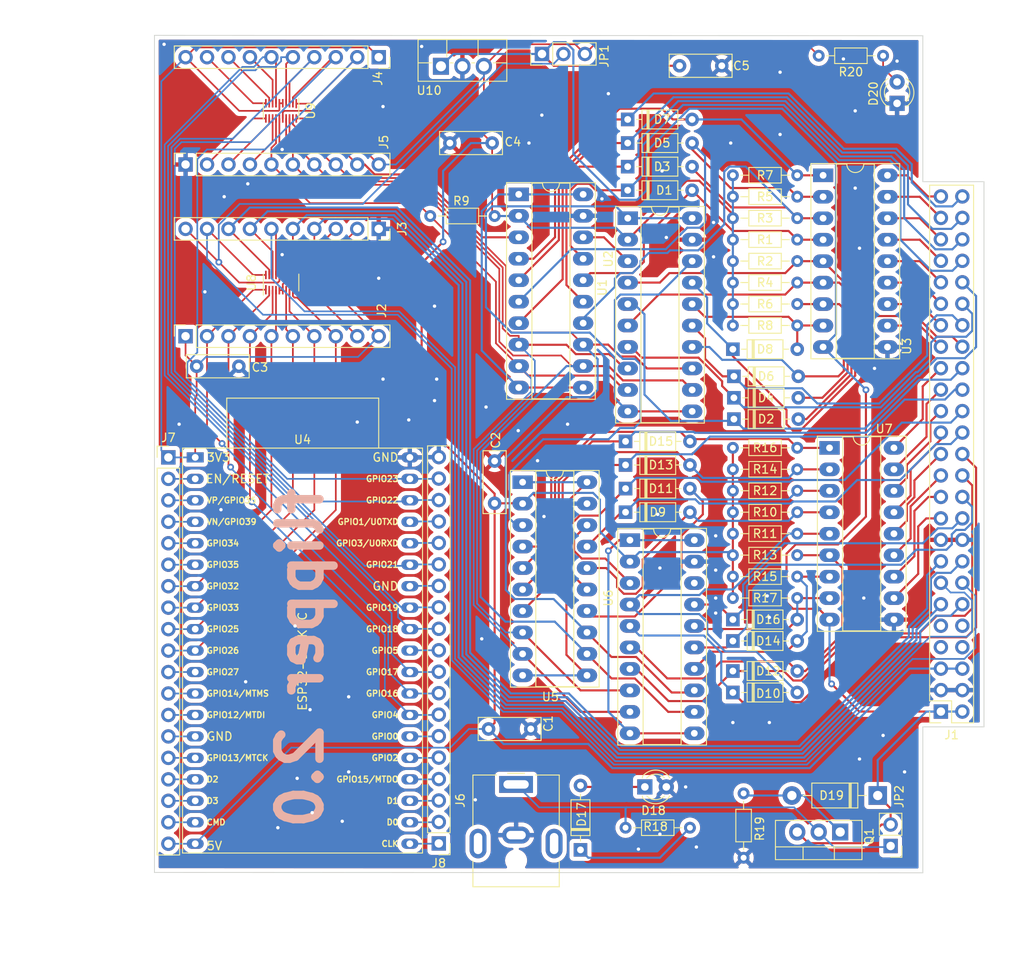
<source format=kicad_pcb>
(kicad_pcb (version 20221018) (generator pcbnew)
  (layers (0 "F.Cu" signal) (31 "B.Cu" signal) (34 "B.Paste" user) (35 "F.Paste" user) (36 "B.SilkS" user "B.Silkscreen") (37 "F.SilkS" user "F.Silkscreen") (38 "B.Mask" user) (39 "F.Mask" user) (44 "Edge.Cuts" user))
  (net 0 "")
  (net 1 "GND")
  (net 2 "+5V")
  (net 3 "ROW13_L")
  (net 4 "Net-(D1-A)")
  (net 5 "ROW12_L")
  (net 6 "ROW14_L")
  (net 7 "Net-(D2-A)")
  (net 8 "ROW11_L")
  (net 9 "Net-(D3-A)")
  (net 10 "ROW15_L")
  (net 11 "Net-(D4-A)")
  (net 12 "ROW10_L")
  (net 13 "Net-(D5-A)")
  (net 14 "ROW16_L")
  (net 15 "Net-(D6-A)")
  (net 16 "ROW9_L")
  (net 17 "Net-(D7-A)")
  (net 18 "ROW1_H")
  (net 19 "ROW2_H")
  (net 20 "ROW3_H")
  (net 21 "ROW4_H")
  (net 22 "ROW5_H")
  (net 23 "ROW6_H")
  (net 24 "ROW7_H")
  (net 25 "ROW8_H")
  (net 26 "ROW9_H")
  (net 27 "ROW10_H")
  (net 28 "ROW11_H")
  (net 29 "ROW12_H")
  (net 30 "ROW13_H")
  (net 31 "ROW14_H")
  (net 32 "ROW15_H")
  (net 33 "ROW16_H")
  (net 34 "ROW1_L")
  (net 35 "ROW2_L")
  (net 36 "ROW3_L")
  (net 37 "ROW4_L")
  (net 38 "ROW5_L")
  (net 39 "ROW6_L")
  (net 40 "ROW7_L")
  (net 41 "ROW8_L")
  (net 42 "+24V")
  (net 43 "DATA")
  (net 44 "A0")
  (net 45 "A1")
  (net 46 "A2")
  (net 47 "B0")
  (net 48 "B1")
  (net 49 "ENABLE")
  (net 50 "Net-(D8-A)")
  (net 51 "RC_DATA")
  (net 52 "RC_CLEAR")
  (net 53 "ROW_EN")
  (net 54 "ROW_REG_CLK")
  (net 55 "RC_SHIFT_CLK")
  (net 56 "Net-(D9-A)")
  (net 57 "Net-(D10-A)")
  (net 58 "+3.3V")
  (net 59 "Net-(D11-A)")
  (net 60 "Net-(D12-A)")
  (net 61 "Net-(D13-A)")
  (net 62 "Net-(D14-A)")
  (net 63 "Net-(D15-A)")
  (net 64 "Net-(D16-A)")
  (net 65 "Net-(D17-K)")
  (net 66 "Net-(D17-A)")
  (net 67 "Net-(D19-A)")
  (net 68 "Net-(D20-A)")
  (net 69 "A2_3_3")
  (net 70 "B0_3_3")
  (net 71 "B1_3_3")
  (net 72 "ENABLE_3_3")
  (net 73 "A1_3_3")
  (net 74 "A0_3_3")
  (net 75 "DATA_3_3")
  (net 76 "ROW_EN_3_3")
  (net 77 "ROW_REG_CLK_3_3")
  (net 78 "RC_CLEAR_3_3")
  (net 79 "RC_SHIFT_CLK_3_3")
  (net 80 "RC_DATA_3_3")
  (net 84 "Net-(J2-Pin_9)")
  (net 85 "Net-(J3-Pin_2)")
  (net 86 "Net-(J3-Pin_10)")
  (net 87 "Net-(J4-Pin_7)")
  (net 88 "Net-(J4-Pin_8)")
  (net 89 "Net-(J4-Pin_9)")
  (net 90 "Net-(J5-Pin_2)")
  (net 91 "Net-(J5-Pin_3)")
  (net 92 "Net-(J5-Pin_4)")
  (net 93 "Net-(JP2-A)")
  (net 94 "Net-(J7-Pin_2)")
  (net 95 "Net-(J7-Pin_3)")
  (net 96 "Net-(J7-Pin_4)")
  (net 97 "Net-(J7-Pin_5)")
  (net 98 "Net-(J7-Pin_6)")
  (net 99 "Net-(J7-Pin_11)")
  (net 100 "Net-(J7-Pin_12)")
  (net 101 "Net-(J7-Pin_13)")
  (net 102 "Net-(J7-Pin_14)")
  (net 103 "Net-(J7-Pin_15)")
  (net 104 "Net-(J7-Pin_16)")
  (net 105 "Net-(J7-Pin_17)")
  (net 106 "Net-(J7-Pin_18)")
  (net 107 "Net-(J8-Pin_1)")
  (net 108 "Net-(J8-Pin_2)")
  (net 109 "Net-(J8-Pin_3)")
  (net 110 "Net-(J8-Pin_4)")
  (net 111 "Net-(J8-Pin_5)")
  (net 112 "Net-(J8-Pin_6)")
  (net 113 "Net-(J8-Pin_10)")
  (net 114 "Net-(J8-Pin_13)")
  (net 115 "Net-(J8-Pin_15)")
  (net 116 "Net-(J8-Pin_16)")
  (net 117 "Net-(U1-PGND-Pad1)")
  (net 118 "Net-(U1-SER_OUT)")
  (net 119 "Net-(U2-PGND-Pad1)")
  (net 120 "Net-(U2-SER_OUT)")
  (net 121 "Net-(U5-PGND-Pad1)")
  (net 122 "Net-(U5-SER_OUT)")
  (net 123 "Net-(U6-PGND-Pad1)")
  (footprint "Package_DIP:DIP-18_W7.62mm_Socket_LongPads" (layer "F.Cu") (at 149.108 54.62)
    (fp_text reference "U3")
    (fp_text value "TBD62783A")
  )
  (footprint "Resistor_THT:R_Axial_DIN0204_L3.6mm_D1.6mm_P7.62mm_Horizontal" (layer "F.Cu") (at 133.35 131.826 180)
    (fp_text reference "R18")
    (fp_text value "2K7")
  )
  (footprint "Diode_THT:D_DO-35_SOD27_P7.62mm_Horizontal" (layer "F.Cu") (at 138.43 75.2)
    (fp_text reference "D8")
    (fp_text value "1N4148")
  )
  (footprint "Diode_THT:D_DO-35_SOD27_P7.62mm_Horizontal" (layer "F.Cu") (at 138.43 109.728)
    (fp_text reference "D14")
    (fp_text value "1N4148")
  )
  (footprint "Resistor_THT:R_Axial_DIN0204_L3.6mm_D1.6mm_P7.62mm_Horizontal" (layer "F.Cu") (at 102.616 59.436)
    (fp_text reference "R9")
    (fp_text value "1M")
  )
  (footprint "Resistor_THT:R_Axial_DIN0204_L3.6mm_D1.6mm_P7.62mm_Horizontal" (layer "F.Cu") (at 138.43 89.408)
    (fp_text reference "R14")
    (fp_text value "10K")
  )
  (footprint "Resistor_THT:R_Axial_DIN0204_L3.6mm_D1.6mm_P7.62mm_Horizontal" (layer "F.Cu") (at 138.43 104.648)
    (fp_text reference "R17")
    (fp_text value "10K")
  )
  (footprint "Diode_THT:D_DO-35_SOD27_P7.62mm_Horizontal" (layer "F.Cu") (at 138.43 115.824)
    (fp_text reference "D10")
    (fp_text value "1N4148")
  )
  (footprint "Espressif:ESP32-DevKitC" (layer "F.Cu") (at 74.803 88.002906)
    (fp_text reference "U4")
    (fp_text value "ESP32-DevKitC")
  )
  (footprint "Connector_BarrelJack:BarrelJack_CUI_PJ-063AH_Horizontal" (layer "F.Cu") (at 112.776 126.702346)
    (fp_text reference "J6")
    (fp_text value "Barrel_Jack")
  )
  (footprint "Package_DIP:DIP-18_W7.62mm_Socket_LongPads" (layer "F.Cu") (at 149.87 86.878)
    (fp_text reference "U7")
    (fp_text value "TBD62783A")
  )
  (footprint "Resistor_THT:R_Axial_DIN0204_L3.6mm_D1.6mm_P7.62mm_Horizontal" (layer "F.Cu") (at 138.43 54.61)
    (fp_text reference "R7")
    (fp_text value "10K")
  )
  (footprint "Resistor_THT:R_Axial_DIN0204_L3.6mm_D1.6mm_P7.62mm_Horizontal" (layer "F.Cu") (at 138.43 91.948)
    (fp_text reference "R12")
    (fp_text value "10K")
  )
  (footprint "Resistor_THT:R_Axial_DIN0204_L3.6mm_D1.6mm_P7.62mm_Horizontal" (layer "F.Cu") (at 138.43 59.69)
    (fp_text reference "R3")
    (fp_text value "10K")
  )
  (footprint "Resistor_THT:R_Axial_DIN0204_L3.6mm_D1.6mm_P7.62mm_Horizontal" (layer "F.Cu") (at 138.43 64.77)
    (fp_text reference "R2")
    (fp_text value "10K")
  )
  (footprint "Connector_PinSocket_2.54mm:PinSocket_1x10_P2.54mm_Vertical" (layer "F.Cu") (at 96.52 40.64 -90)
    (fp_text reference "J4")
    (fp_text value "Conn_01x10_Male")
  )
  (footprint "Connector_PinSocket_2.54mm:PinSocket_2x25_P2.54mm_Vertical" (layer "F.Cu") (at 163.048 118.08 180)
    (fp_text reference "J1")
    (fp_text value "Conn_02x25_Odd_Even")
  )
  (footprint "Package_SON:USON-20_2x4mm_P0.4mm" (layer "F.Cu") (at 84.963 67.31 90)
    (fp_text reference "U8")
    (fp_text value "TXB0108DQSR")
  )
  (footprint "Resistor_THT:R_Axial_DIN0204_L3.6mm_D1.6mm_P7.62mm_Horizontal" (layer "F.Cu") (at 138.43 67.31)
    (fp_text reference "R4")
    (fp_text value "10K")
  )
  (footprint "Package_DIP:DIP-20_W7.62mm_Socket_LongPads" (layer "F.Cu") (at 113.09101 56.875)
    (fp_text reference "U1")
    (fp_text value "TPIC6595")
  )
  (footprint "Resistor_THT:R_Axial_DIN0204_L3.6mm_D1.6mm_P7.62mm_Horizontal" (layer "F.Cu") (at 138.43 69.85)
    (fp_text reference "R6")
    (fp_text value "10K")
  )
  (footprint "Diode_THT:D_DO-35_SOD27_P7.62mm_Horizontal" (layer "F.Cu") (at 125.73 91.694)
    (fp_text reference "D11")
    (fp_text value "1N4148")
  )
  (footprint "Diode_THT:D_DO-35_SOD27_P7.62mm_Horizontal" (layer "F.Cu") (at 125.73 88.9)
    (fp_text reference "D13")
    (fp_text value "1N4148")
  )
  (footprint "Diode_THT:D_DO-35_SOD27_P7.62mm_Horizontal" (layer "F.Cu") (at 125.984 53.594)
    (fp_text reference "D3")
    (fp_text value "1N4148")
  )
  (footprint "Capacitor_THT:C_Rect_L7.2mm_W2.5mm_P5.00mm_FKS2_FKP2_MKS2_MKP2" (layer "F.Cu") (at 104.942 50.8)
    (fp_text reference "C4")
    (fp_text value "0.1 µF")
  )
  (footprint "Package_TO_SOT_THT:TO-220F-3_Vertical" (layer "F.Cu") (at 103.886 41.716)
    (fp_text reference "U10")
    (fp_text value "L7805")
  )
  (footprint "Package_DIP:DIP-20_W7.62mm_Socket_LongPads" (layer "F.Cu") (at 126.248 97.795)
    (fp_text reference "U6")
    (fp_text value "TPIC6595")
  )
  (footprint "Connector_PinSocket_2.54mm:PinSocket_1x10_P2.54mm_Vertical" (layer "F.Cu") (at 73.66 53.34 90)
    (fp_text reference "J5")
    (fp_text value "Conn_01x10_Male")
  )
  (footprint "Resistor_THT:R_Axial_DIN0204_L3.6mm_D1.6mm_P7.62mm_Horizontal" (layer "F.Cu") (at 138.43 102.108)
    (fp_text reference "R15")
    (fp_text value "10K")
  )
  (footprint "Diode_THT:D_DO-35_SOD27_P7.62mm_Horizontal" (layer "F.Cu") (at 138.55399 80.948)
    (fp_text reference "D4")
    (fp_text value "1N4148")
  )
  (footprint "Resistor_THT:R_Axial_DIN0204_L3.6mm_D1.6mm_P7.62mm_Horizontal" (layer "F.Cu") (at 138.43 57.15)
    (fp_text reference "R5")
    (fp_text value "10K")
  )
  (footprint "Resistor_THT:R_Axial_DIN0204_L3.6mm_D1.6mm_P7.62mm_Horizontal" (layer "F.Cu") (at 138.43 99.568)
    (fp_text reference "R13")
    (fp_text value "10K")
  )
  (footprint "Connector_PinHeader_2.54mm:PinHeader_1x03_P2.54mm_Vertical" (layer "F.Cu") (at 115.839 40.259 90)
    (fp_text reference "JP1")
    (fp_text value "Jumper_3_Bridged12")
  )
  (footprint "Diode_THT:D_DO-35_SOD27_P7.62mm_Horizontal" (layer "F.Cu") (at 120.396 134.449346 90)
    (fp_text reference "D17")
    (fp_text value "1N4148")
  )
  (footprint "Connector_PinHeader_2.54mm:PinHeader_1x02_P2.54mm_Vertical" (layer "F.Cu") (at 157.099 133.99 180)
    (fp_text reference "JP2")
    (fp_text value "Jumper_2_Open")
  )
  (footprint "Diode_THT:D_DO-35_SOD27_P7.62mm_Horizontal" (layer "F.Cu") (at 125.984 50.8)
    (fp_text reference "D5")
    (fp_text value "1N4148")
  )
  (footprint "Diode_THT:D_DO-41_SOD81_P10.16mm_Horizontal" (layer "F.Cu") (at 155.575 128.016 180)
    (fp_text reference "D19")
    (fp_text value "1N47xxA")
  )
  (footprint "Diode_THT:D_DO-35_SOD27_P7.62mm_Horizontal" (layer "F.Cu") (at 138.55399 83.472)
    (fp_text reference "D2")
    (fp_text value "1N4148")
  )
  (footprint "Diode_THT:D_DO-35_SOD27_P7.62mm_Horizontal" (layer "F.Cu") (at 138.43 107.188)
    (fp_text reference "D16")
    (fp_text value "1N4148")
  )
  (footprint "Resistor_THT:R_Axial_DIN0204_L3.6mm_D1.6mm_P7.62mm_Horizontal" (layer "F.Cu") (at 138.43 94.488)
    (fp_text reference "R10")
    (fp_text value "10K")
  )
  (footprint "Resistor_THT:R_Axial_DIN0204_L3.6mm_D1.6mm_P7.62mm_Horizontal" (layer "F.Cu") (at 156.21 40.469346 180)
    (fp_text reference "R20")
    (fp_text value "470")
  )
  (footprint "Connector_PinHeader_2.54mm:PinHeader_1x19_P2.54mm_Vertical" (layer "F.Cu") (at 103.632 133.687346 180)
    (fp_text reference "J8")
    (fp_text value "Conn_01x19")
  )
  (footprint "LED_THT:LED_D3.0mm" (layer "F.Cu") (at 157.861 46.106 90)
    (fp_text reference "D20")
    (fp_text value "LED GREEN")
  )
  (footprint "Connector_PinSocket_2.54mm:PinSocket_1x10_P2.54mm_Vertical" (layer "F.Cu") (at 73.66 73.66 90)
    (fp_text reference "J2")
    (fp_text value "Conn_01x10_Male")
  )
  (footprint "Diode_THT:D_DO-35_SOD27_P7.62mm_Horizontal" (layer "F.Cu") (at 125.984 48.006)
    (fp_text reference "D7")
    (fp_text value "1N4148")
  )
  (footprint "Diode_THT:D_DO-35_SOD27_P7.62mm_Horizontal" (layer "F.Cu") (at 125.984 56.388)
    (fp_text reference "D1")
    (fp_text value "1N4148")
  )
  (footprint "Capacitor_THT:C_Rect_L7.2mm_W2.5mm_P5.00mm_FKS2_FKP2_MKS2_MKP2" (layer "F.Cu") (at 114.514 120.142 180)
    (fp_text reference "C1")
    (fp_text value "0.1 µF")
  )
  (footprint "Package_DIP:DIP-20_W7.62mm_Socket_LongPads" (layer "F.Cu") (at 113.548 90.937)
    (fp_text reference "U5")
    (fp_text value "TPIC6595")
  )
  (footprint "Connector_PinHeader_2.54mm:PinHeader_1x19_P2.54mm_Vertical" (layer "F.Cu") (at 71.628 88.002906)
    (fp_text reference "J7")
    (fp_text value "Conn_01x19")
  )
  (footprint "Resistor_THT:R_Axial_DIN0204_L3.6mm_D1.6mm_P7.62mm_Horizontal" (layer "F.Cu") (at 139.7 135.382 90)
    (fp_text reference "R19")
    (fp_text value "2K7")
  )
  (footprint "LED_THT:LED_D3.0mm" (layer "F.Cu") (at 128.016 127)
    (fp_text reference "D18")
    (fp_text value "LED RED")
  )
  (footprint "Resistor_THT:R_Axial_DIN0204_L3.6mm_D1.6mm_P7.62mm_Horizontal" (layer "F.Cu") (at 138.43 97.028)
    (fp_text reference "R11")
    (fp_text value "10K")
  )
  (footprint "Diode_THT:D_DO-35_SOD27_P7.62mm_Horizontal" (layer "F.Cu") (at 138.55399 78.408)
    (fp_text reference "D6")
    (fp_text value "1N4148")
  )
  (footprint "Diode_THT:D_DO-35_SOD27_P7.62mm_Horizontal" (layer "F.Cu") (at 125.73 86.106)
    (fp_text reference "D15")
    (fp_text value "1N4148")
  )
  (footprint "Diode_THT:D_DO-35_SOD27_P7.62mm_Horizontal" (layer "F.Cu") (at 138.43 113.284)
    (fp_text reference "D12")
    (fp_text value "1N4148")
  )
  (footprint "Package_DIP:DIP-20_W7.62mm_Socket_LongPads" (layer "F.Cu") (at 125.994 59.695)
    (fp_text reference "U2")
    (fp_text value "TPIC6595")
  )
  (footprint "Diode_THT:D_DO-35_SOD27_P7.62mm_Horizontal" (layer "F.Cu") (at 125.73 94.488)
    (fp_text reference "D9")
    (fp_text value "1N4148")
  )
  (footprint "Capacitor_THT:C_Rect_L7.2mm_W2.5mm_P5.00mm_FKS2_FKP2_MKS2_MKP2" (layer "F.Cu") (at 79.97 77.216 180)
    (fp_text reference "C3")
    (fp_text value "0.1 µF")
  )
  (footprint "Resistor_THT:R_Axial_DIN0204_L3.6mm_D1.6mm_P7.62mm_Horizontal" (layer "F.Cu") (at 138.43 72.39)
    (fp_text reference "R8")
    (fp_text value "10K")
  )
  (footprint "Resistor_THT:R_Axial_DIN0204_L3.6mm_D1.6mm_P7.62mm_Horizontal" (layer "F.Cu") (at 138.43 86.868)
    (fp_text reference "R16")
    (fp_text value "10K")
  )
  (footprint "Connector_PinSocket_2.54mm:PinSocket_1x10_P2.54mm_Vertical" (layer "F.Cu") (at 96.52 60.96 -90)
    (fp_text reference "J3")
    (fp_text value "Conn_01x10_Male")
  )
  (footprint "Resistor_THT:R_Axial_DIN0204_L3.6mm_D1.6mm_P7.62mm_Horizontal" (layer "F.Cu") (at 138.43 62.23)
    (fp_text reference "R1")
    (fp_text value "10K")
  )
  (footprint "Capacitor_THT:C_Rect_L7.2mm_W2.5mm_P5.00mm_FKS2_FKP2_MKS2_MKP2" (layer "F.Cu") (at 137.12 41.656 180)
    (fp_text reference "C5")
    (fp_text value "0.1 µF")
  )
  (footprint "Package_SON:USON-20_2x4mm_P0.4mm" (layer "F.Cu") (at 84.963 46.99 -90)
    (fp_text reference "U9")
    (fp_text value "TXB0108DQSR")
  )
  (footprint "Capacitor_THT:C_Rect_L7.2mm_W2.5mm_P5.00mm_FKS2_FKP2_MKS2_MKP2" (layer "F.Cu") (at 110.236 88.432 -90)
    (fp_text reference "C2")
    (fp_text value "0.1 µF")
  )
  (footprint "Package_TO_SOT_THT:TO-220-3_Vertical" (layer "F.Cu") (at 151.13 132.334 180)
    (fp_text reference "Q1")
    (fp_text value "FQP27P06")
  )
  (gr_line (start 69.977 38.056346) (end 160.909 38.1) (stroke (width 0.1)) (layer "Edge.Cuts"))
  (gr_line (start 168.148 55.372) (end 168.148 119.888) (stroke (width 0.1)) (layer "Edge.Cuts"))
  (gr_line (start 69.977 38.056346) (end 69.977 137.116346) (stroke (width 0.1)) (layer "Edge.Cuts"))
  (gr_line (start 160.909 55.372) (end 160.909 38.1) (stroke (width 0.1)) (layer "Edge.Cuts"))
  (gr_line (start 168.148 119.888) (end 160.909 119.888) (stroke (width 0.1)) (layer "Edge.Cuts"))
  (gr_line (start 160.909 119.888) (end 160.909 137.16) (stroke (width 0.1)) (layer "Edge.Cuts"))
  (gr_line (start 160.909 137.16) (end 69.977 137.116346) (stroke (width 0.1)) (layer "Edge.Cuts"))
  (gr_line (start 160.909 55.372) (end 168.148 55.372) (stroke (width 0.1)) (layer "Edge.Cuts"))
  (gr_text "flipper 2.0" (at 87.249 111.76 90) (layer "B.SilkS") (effects (font (size 5 5) (thickness 1)) (justify mirror)))
  (segment (start 85.09 51.562) (end 84.763 51.235) (width 0.2) (layer "F.Cu") (net 1))
  (segment (start 85.163 66.41) (end 85.163 64.081) (width 0.2) (layer "F.Cu") (net 1))
  (segment (start 85.163 64.081) (end 85.09 64.008) (width 0.2) (layer "F.Cu") (net 1))
  (segment (start 84.763 51.235) (end 84.763 47.89) (width 0.2) (layer "F.Cu") (net 1))
  (via (at 86.614 107.95) (size 0.8) (drill 0.4) (layers "F.Cu" "B.Cu") (net 1))
  (via (at 130.556 61.976) (size 0.8) (drill 0.4) (layers "F.Cu" "B.Cu") (net 1))
  (via (at 84.582 131.826) (size 0.8) (drill 0.4) (layers "F.Cu" "B.Cu") (net 1))
  (via (at 113.03 84.836) (size 0.8) (drill 0.4) (layers "F.Cu" "B.Cu") (net 1))
  (via (at 155.194 77.47) (size 0.8) (drill 0.4) (layers "F.Cu" "B.Cu") (net 1))
  (via (at 108.712 109.474) (size 0.8) (drill 0.4) (layers "F.Cu" "B.Cu") (net 1))
  (via (at 153.924 104.648) (size 0.8) (drill 0.4) (layers "F.Cu" "B.Cu") (net 1))
  (via (at 115.316 88.392) (size 0.8) (drill 0.4) (layers "F.Cu" "B.Cu") (net 1))
  (via (at 153.416 123.698) (size 0.8) (drill 0.4) (layers "F.Cu" "B.Cu") (net 1))
  (via (at 80.772 114.554) (size 0.8) (drill 0.4) (layers "F.Cu" "B.Cu") (net 1))
  (via (at 136.144 60.198) (size 0.8) (drill 0.4) (layers "F.Cu" "B.Cu") (net 1))
  (via (at 157.861 41.104346) (size 0.8) (drill 0.4) (layers "F.Cu" "B.Cu") (net 1))
  (via (at 100.076 83.566) (size 0.8) (drill 0.4) (layers "F.Cu" "B.Cu") (net 1))
  (via (at 88.646 130.048) (size 0.8) (drill 0.4) (layers "F.Cu" "B.Cu") (net 1))
  (via (at 72.898 84.074) (size 0.8) (drill 0.4) (layers "F.Cu" "B.Cu") (net 1))
  (via (at 134.112 134.112) (size 0.8) (drill 0.4) (layers "F.Cu" "B.Cu") (net 1))
  (via (at 75.946 68.409346) (size 0.8) (drill 0.4) (layers "F.Cu" "B.Cu") (net 1))
  (via (at 92.202 131.064) (size 0.8) (drill 0.4) (layers "F.Cu" "B.Cu") (net 1))
  (via (at 144.018 49.784) (size 0.8) (drill 0.4) (layers "F.Cu" "B.Cu") (net 1))
  (via (at 129.54 94.742) (size 0.8) (drill 0.4) (layers "F.Cu" "B.Cu") (net 1))
  (via (at 122.936 57.404) (size 0.8) (drill 0.4) (layers "F.Cu" "B.Cu") (net 1))
  (via (at 142.748 106.934) (size 0.8) (drill 0.4) (layers "F.Cu" "B.Cu") (net 1))
  (via (at 129.794 101.092) (size 0.8) (drill 0.4) (layers "F.Cu" "B.Cu") (net 1))
  (via (at 151.511 40.850346) (size 0.8) (drill 0.4) (layers "F.Cu" "B.Cu") (net 1))
  (via (at 127.254 134.366) (size 0.8) (drill 0.4) (layers "F.Cu" "B.Cu") (net 1))
  (via (at 144.018 42.418) (size 0.8) (drill 0.4) (layers "F.Cu" "B.Cu") (net 1))
  (via (at 77.851 94.190346) (size 0.8) (drill 0.4) (layers "F.Cu" "B.Cu") (net 1))
  (via (at 107.95 128.524) (size 0.8) (drill 0.4) (layers "F.Cu" "B.Cu") (net 1))
  (via (at 81.026 55.626) (size 0.8) (drill 0.4) (layers "F.Cu" "B.Cu") (net 1))
  (via (at 136.398 101.346) (size 0.8) (drill 0.4) (layers "F.Cu" "B.Cu") (net 1))
  (via (at 88.392 117.856) (size 0.8) (drill 0.4) (layers "F.Cu" "B.Cu") (net 1))
  (via (at 71.12 39.116) (size 0.8) (drill 0.4) (layers "F.Cu" "B.Cu") (net 1))
  (via (at 118.872 84.074) (size 0.8) (drill 0.4) (layers "F.Cu" "B.Cu") (net 1))
  (via (at 142.494 104.394) (size 0.8) (drill 0.4) (layers "F.Cu" "B.Cu") (net 1))
  (via (at 103.124 81.28) (size 0.8) (drill 0.4) (layers "F.Cu" "B.Cu") (net 1))
  (via (at 97.028 78.74) (size 0.8) (drill 0.4) (layers "F.Cu" "B.Cu") (net 1))
  (via (at 92.964 116.332) (size 0.8) (drill 0.4) (layers "F.Cu" "B.Cu") (net 1))
  (via (at 156.21 120.904) (size 0.8) (drill 0.4) (layers "F.Cu" "B.Cu") (net 1))
  (via (at 129.794 132.588) (size 0.8) (drill 0.4) (layers "F.Cu" "B.Cu") (net 1))
  (via (at 152.908 56.134) (size 0.8) (drill 0.4) (layers "F.Cu" "B.Cu") (net 1))
  (via (at 97.028 46.482) (size 0.8) (drill 0.4) (layers "F.Cu" "B.Cu") (net 1))
  (via (at 136.398 104.648) (size 0.8) (drill 0.4) (layers "F.Cu" "B.Cu") (net 1))
  (via (at 114.3 50.8) (size 0.8) (drill 0.4) (layers "F.Cu" "B.Cu") (net 1))
  (via (at 115.824 47.498) (size 0.8) (drill 0.4) (layers "F.Cu" "B.Cu") (net 1))
  (via (at 101.6 39.37) (size 0.8) (drill 0.4) (layers "F.Cu" "B.Cu") (net 1))
  (via (at 93.98 83.82) (size 0.8) (drill 0.4) (layers "F.Cu" "B.Cu") (net 1))
  (via (at 96.52 66.802) (size 0.8) (drill 0.4) (layers "F.Cu" "B.Cu") (net 1))
  (via (at 109.22 82.042) (size 0.8) (drill 0.4) (layers "F.Cu" "B.Cu") (net 1))
  (via (at 138.43 119.38) (size 0.8) (drill 0.4) (layers "F.Cu" "B.Cu") (net 1))
  (via (at 158.75 125.222) (size 0.8) (drill 0.4) (layers "F.Cu" "B.Cu") (net 1))
  (via (at 138.176 50.8) (size 0.8) (drill 0.4) (layers "F.Cu" "B.Cu") (net 1))
  (via (at 92.964 125.222) (size 0.8) (drill 0.4) (layers "F.Cu" "B.Cu") (net 1))
  (via (at 153.416 63.246) (size 0.8) (drill 0.4) (layers "F.Cu" "B.Cu") (net 1))
  (via (at 123.698 44.958) (size 0.8) (drill 0.4) (layers "F.Cu" "B.Cu") (net 1))
  (via (at 132.842 127) (size 0.8) (drill 0.4) (layers "F.Cu" "B.Cu") (net 1))
  (via (at 136.398 106.426) (size 0.8) (drill 0.4) (layers "F.Cu" "B.Cu") (net 1))
  (via (at 130.048 54.102) (size 0.8) (drill 0.4) (layers "F.Cu" "B.Cu") (net 1))
  (via (at 85.09 51.562) (size 0.8) (drill 0.4) (layers "F.Cu" "B.Cu") (net 1))
  (via (at 136.144 64.262) (size 0.8) (drill 0.4) (layers "F.Cu" "B.Cu") (net 1))
  (via (at 116.078 94.996) (size 0.8) (drill 0.4) (layers "F.Cu" "B.Cu") (net 1))
  (via (at 78.232 57.15) (size 0.8) (drill 0.4) (layers "F.Cu" "B.Cu") (net 1))
  (via (at 103.124 70.104) (size 0.8) (drill 0.4) (layers "F.Cu" "B.Cu") (net 1))
  (via (at 136.398 97.282) (size 0.8) (drill 0.4) (layers "F.Cu" "B.Cu") (net 1))
  (via (at 85.09 64.008) (size 0.8) (drill 0.4) (layers "F.Cu" "B.Cu") (net 1))
  (via (at 152.908 46.99) (size 0.8) (drill 0.4) (layers "F.Cu" "B.Cu") (net 1))
  (via (at 103.378 78.74) (size 0.8) (drill 0.4) (layers "F.Cu" "B.Cu") (net 1))
  (via (at 86.868 125.984) (size 0.8) (drill 0.4) (layers "F.Cu" "B.Cu") (net 1))
  (via (at 142.748 119.38) (size 0.8) (drill 0.4) (layers "F.Cu" "B.Cu") (net 1))
  (segment (start 109.942 59.142) (end 110.236 59.436) (width 0.2) (layer "F.Cu") (net 2))
  (segment (start 109.942 50.8) (end 109.942 59.142) (width 0.2) (layer "F.Cu") (net 2))
  (segment (start 132.966 55.263) (end 134.457035 55.263) (width 0.25) (layer "F.Cu") (net 2))
  (segment (start 120.919 40.259) (end 119.769 39.109) (width 0.2) (layer "F.Cu") (net 2))
  (segment (start 85.163 47.171) (end 85.344 46.99) (width 0.2) (layer "F.Cu") (net 2))
  (segment (start 110.236 92.30063) (end 101.6 83.66463) (width 0.25) (layer "F.Cu") (net 2))
  (segment (start 101.6 83.66463) (end 101.6 65.024) (width 0.25) (layer "F.Cu") (net 2))
  (segment (start 110.236 119.42) (end 109.514 120.142) (width 0.25) (layer "F.Cu") (net 2))
  (segment (start 138.43 86.868) (end 138.43 104.648) (width 0.25) (layer "F.Cu") (net 2))
  (segment (start 125.994 62.235) (end 132.966 55.263) (width 0.25) (layer "F.Cu") (net 2))
  (segment (start 101.6 65.024) (end 104.14 62.484) (width 0.25) (layer "F.Cu") (net 2))
  (segment (start 108.966 49.824) (end 109.942 50.8) (width 0.2) (layer "F.Cu") (net 2))
  (segment (start 110.236 93.432) (end 110.236 92.30063) (width 0.25) (layer "F.Cu") (net 2))
  (segment (start 122.359654 38.818346) (end 146.939 38.818346) (width 0.2) (layer "F.Cu") (net 2))
  (segment (start 138.43 59.235965) (end 138.43 59.69) (width 0.25) (layer "F.Cu") (net 2))
  (segment (start 110.236 93.432) (end 113.503 93.432) (width 0.25) (layer "F.Cu") (net 2))
  (segment (start 85.163 47.89) (end 85.163 47.171) (width 0.2) (layer "F.Cu") (net 2))
  (segment (start 120.919 40.259) (end 122.359654 38.818346) (width 0.2) (layer "F.Cu") (net 2))
  (segment (start 134.457035 55.263) (end 138.43 59.235965) (width 0.25) (layer "F.Cu") (net 2))
  (segment (start 111.573 39.109) (end 108.966 41.716) (width 0.2) (layer "F.Cu") (net 2))
  (segment (start 108.966 41.716) (end 108.966 49.824) (width 0.2) (layer "F.Cu") (net 2))
  (segment (start 90.17 46.99) (end 96.52 53.34) (width 0.2) (layer "F.Cu") (net 2))
  (segment (start 110.236 93.432) (end 110.236 119.42) (width 0.25) (layer "F.Cu") (net 2))
  (segment (start 119.769 39.109) (end 111.573 39.109) (width 0.2) (layer "F.Cu") (net 2))
  (segment (start 113.503 93.432) (end 113.548 93.477) (width 0.25) (layer "F.Cu") (net 2))
  (segment (start 85.344 46.99) (end 90.17 46.99) (width 0.2) (layer "F.Cu") (net 2))
  (segment (start 146.939 38.818346) (end 148.59 40.469346) (width 0.2) (layer "F.Cu") (net 2))
  (via (at 104.14 62.484) (size 0.8) (drill 0.4) (layers "F.Cu" "B.Cu") (net 2))
  (segment (start 122.693 96.78) (end 122.693 93.01101) (width 0.25) (layer "B.Cu") (net 2))
  (segment (start 147.514 124.774) (end 159.288 113) (width 0.25) (layer "B.Cu") (net 2))
  (segment (start 124.172959 124.774) (end 147.514 124.774) (width 0.25) (layer "B.Cu") (net 2))
  (segment (start 74.803 133.722906) (end 71.628 133.722906) (width 0.2) (layer "B.Cu") (net 2))
  (segment (start 121.318959 121.92) (end 124.172959 124.774) (width 0.25) (layer "B.Cu") (net 2))
  (segment (start 113.07001 59.436) (end 113.09101 59.415) (width 0.25) (layer "B.Cu") (net 2))
  (segment (start 104.14 54.102) (end 107.442 50.8) (width 0.25) (layer "B.Cu") (net 2))
  (segment (start 86.17356 122.352346) (end 74.803 133.722906) (width 0.2) (layer "B.Cu") (net 2))
  (segment (start 159.288 113) (end 163.048 113) (width 0.25) (layer "B.Cu") (net 2))
  (segment (start 113.09101 59.415) (end 114.50601 60.83) (width 0.25) (layer "B.Cu") (net 2))
  (segment (start 121.88399 92.202) (end 114.823 92.202) (width 0.25) (layer "B.Cu") (net 2))
  (segment (start 108.966 41.716) (end 108.966 42.916) (width 0.2) (layer "B.Cu") (net 2))
  (segment (start 107.188 120.142) (end 104.977654 122.352346) (width 0.2) (layer "B.Cu") (net 2))
  (segment (start 114.823 92.202) (end 113.548 93.477) (width 0.25) (layer "B.Cu") (net 2))
  (segment (start 124.589 60.83) (end 125.994 62.235) (width 0.25) (layer "B.Cu") (net 2))
  (segment (start 138.072 99.21) (end 127.373 99.21) (width 0.25) (layer "B.Cu") (net 2))
  (segment (start 138.43 99.568) (end 138.072 99.21) (width 0.25) (layer "B.Cu") (net 2))
  (segment (start 109.514 120.142) (end 107.188 120.142) (width 0.2) (layer "B.Cu") (net 2))
  (segment (start 111.292 121.92) (end 121.318959 121.92) (width 0.25) (layer "B.Cu") (net 2))
  (segment (start 107.442 50.8) (end 109.942 50.8) (width 0.25) (layer "B.Cu") (net 2))
  (segment (start 165.588 113) (end 163.048 113) (width 0.25) (layer "B.Cu") (net 2))
  (segment (start 138.43 54.61) (end 138.43 72.39) (width 0.25) (layer "B.Cu") (net 2))
  (segment (start 98.542 53.34) (end 96.52 53.34) (width 0.2) (layer "B.Cu") (net 2))
  (segment (start 108.966 42.916) (end 98.542 53.34) (width 0.2) (layer "B.Cu") (net 2))
  (segment (start 104.977654 122.352346) (end 86.17356 122.352346) (width 0.2) (layer "B.Cu") (net 2))
  (segment (start 110.236 59.436) (end 113.07001 59.436) (width 0.25) (layer "B.Cu") (net 2))
  (segment (start 109.514 120.142) (end 111.292 121.92) (width 0.25) (layer "B.Cu") (net 2))
  (segment (start 104.14 62.484) (end 104.14 54.102) (width 0.25) (layer "B.Cu") (net 2))
  (segment (start 122.693 93.01101) (end 121.88399 92.202) (width 0.25) (layer "B.Cu") (net 2))
  (segment (start 114.50601 60.83) (end 124.589 60.83) (width 0.25) (layer "B.Cu") (net 2))
  (segment (start 126.248 100.335) (end 122.693 96.78) (width 0.25) (layer "B.Cu") (net 2))
  (segment (start 127.373 99.21) (end 126.248 100.335) (width 0.25) (layer "B.Cu") (net 2))
  (segment (start 119.18601 62.97) (end 120.71101 64.495) (width 0.25) (layer "F.Cu") (net 3))
  (segment (start 121.453 55.626) (end 119.96902 55.626) (width 0.25) (layer "F.Cu") (net 3))
  (segment (start 119.18601 56.40901) (end 119.18601 62.97) (width 0.25) (layer "F.Cu") (net 3))
  (segment (start 119.96902 55.626) (end 119.18601 56.40901) (width 0.25) (layer "F.Cu") (net 3))
  (segment (start 122.215 56.388) (end 121.453 55.626) (width 0.25) (layer "F.Cu") (net 3))
  (segment (start 125.984 56.388) (end 122.215 56.388) (width 0.25) (layer "F.Cu") (net 3))
  (segment (start 127.762 54.61) (end 125.984 56.388) (width 0.25) (layer "B.Cu") (net 3))
  (segment (start 165.588 64.74) (end 164.413 65.915) (width 0.25) (layer "B.Cu") (net 3))
  (segment (start 164.413 65.915) (end 161.927 65.915) (width 0.25) (layer "B.Cu") (net 3))
  (segment (start 158.253 54.091) (end 156.994 52.832) (width 0.25) (layer "B.Cu") (net 3))
  (segment (start 156.994 52.832) (end 151.004396 52.832) (width 0.25) (layer "B.Cu") (net 3))
  (segment (start 161.927 65.915) (end 158.253 62.241) (width 0.25) (layer "B.Cu") (net 3))
  (segment (start 127.762 51.054) (end 127.762 54.61) (width 0.25) (layer "B.Cu") (net 3))
  (segment (start 158.253 62.241) (end 158.253 54.091) (width 0.25) (layer "B.Cu") (net 3))
  (segment (start 151.004396 52.832) (end 144.458396 46.286) (width 0.25) (layer "B.Cu") (net 3))
  (segment (start 132.53 46.286) (end 127.762 51.054) (width 0.25) (layer "B.Cu") (net 3))
  (segment (start 144.458396 46.286) (end 132.53 46.286) (width 0.25) (layer "B.Cu") (net 3))
  (segment (start 120.71101 67.035) (end 121.55601 66.19) (width 0.25) (layer "F.Cu") (net 4))
  (segment (start 126.56999 66.19) (end 127.889 64.87099) (width 0.25) (layer "F.Cu") (net 4))
  (segment (start 146.06 62.24) (end 146.05 62.23) (width 0.25) (layer "F.Cu") (net 4))
  (segment (start 146.05 62.23) (end 145.025 61.205) (width 0.25) (layer "F.Cu") (net 4))
  (segment (start 121.55601 66.19) (end 126.56999 66.19) (width 0.25) (layer "F.Cu") (net 4))
  (segment (start 138.421 61.205) (end 133.604 56.388) (width 0.25) (layer "F.Cu") (net 4))
  (segment (start 145.025 61.205) (end 138.421 61.205) (width 0.25) (layer "F.Cu") (net 4))
  (segment (start 133.604 56.388) (end 127.889 62.103) (width 0.25) (layer "F.Cu") (net 4))
  (segment (start 149.108 62.24) (end 146.06 62.24) (width 0.25) (layer "F.Cu") (net 4))
  (segment (start 127.889 64.87099) (end 127.889 62.103) (width 0.25) (layer "F.Cu") (net 4))
  (segment (start 160.471299 78.355) (end 162.561299 76.265) (width 0.25) (layer "B.Cu") (net 5))
  (segment (start 131.079 83.68) (end 138.34599 83.68) (width 0.25) (layer "B.Cu") (net 5))
  (segment (start 167.213 68.905) (end 165.588 67.28) (width 0.25) (layer "B.Cu") (net 5))
  (segment (start 139.67899 84.597) (end 154.046507 84.597) (width 0.25) (layer "B.Cu") (net 5))
  (segment (start 167.213 74.936701) (end 167.213 68.905) (width 0.25) (layer "B.Cu") (net 5))
  (segment (start 162.561299 76.265) (end 165.884701 76.265) (width 0.25) (layer "B.Cu") (net 5))
  (segment (start 154.046507 84.597) (end 160.288507 78.355) (width 0.25) (layer "B.Cu") (net 5))
  (segment (start 165.884701 76.265) (end 167.213 74.936701) (width 0.25) (layer "B.Cu") (net 5))
  (segment (start 127.969 71.073) (end 127.969 80.57) (width 0.25) (layer "B.Cu") (net 5))
  (segment (start 138.55399 83.472) (end 139.67899 84.597) (width 0.25) (layer "B.Cu") (net 5))
  (segment (start 138.34599 83.68) (end 138.55399 83.472) (width 0.25) (layer "B.Cu") (net 5))
  (segment (start 160.288507 78.355) (end 160.471299 78.355) (width 0.25) (layer "B.Cu") (net 5))
  (segment (start 125.994 69.855) (end 126.751 69.855) (width 0.25) (layer "B.Cu") (net 5))
  (segment (start 126.751 69.855) (end 127.969 71.073) (width 0.25) (layer "B.Cu") (net 5))
  (segment (start 127.969 80.57) (end 131.079 83.68) (width 0.25) (layer "B.Cu") (net 5))
  (segment (start 125.984 53.594) (end 120.269 53.594) (width 0.25) (layer "F.Cu") (net 6))
  (segment (start 120.269 53.594) (end 118.73601 55.12699) (width 0.25) (layer "F.Cu") (net 6))
  (segment (start 118.73601 55.12699) (end 118.73601 67.6) (width 0.25) (layer "F.Cu") (net 6))
  (segment (start 118.73601 67.6) (end 120.71101 69.575) (width 0.25) (layer "F.Cu") (net 6))
  (segment (start 127.254 52.324) (end 125.984 53.594) (width 0.25) (layer "B.Cu") (net 6))
  (segment (start 162.388 63.375) (end 158.703 59.69) (width 0.25) (layer "B.Cu") (net 6))
  (segment (start 144.644792 45.836) (end 131.964 45.836) (width 0.25) (layer "B.Cu") (net 6))
  (segment (start 164.413 63.375) (end 162.388 63.375) (width 0.25) (layer "B.Cu") (net 6))
  (segment (start 127.254 50.546) (end 127.254 52.324) (width 0.25) (layer "B.Cu") (net 6))
  (segment (start 158.703 59.69) (end 158.703 53.904604) (width 0.25) (layer "B.Cu") (net 6))
  (segment (start 157.180396 52.382) (end 151.190792 52.382) (width 0.25) (layer "B.Cu") (net 6))
  (segment (start 151.190792 52.382) (end 144.644792 45.836) (width 0.25) (layer "B.Cu") (net 6))
  (segment (start 165.588 62.2) (end 164.413 63.375) (width 0.25) (layer "B.Cu") (net 6))
  (segment (start 158.703 53.904604) (end 157.180396 52.382) (width 0.25) (layer "B.Cu") (net 6))
  (segment (start 131.964 45.836) (end 127.254 50.546) (width 0.25) (layer "B.Cu") (net 6))
  (segment (start 146.06 64.78) (end 146.05 64.77) (width 0.25) (layer "F.Cu") (net 7))
  (segment (start 152.458 68.13) (end 152.458 78.142585) (width 0.25) (layer "F.Cu") (net 7))
  (segment (start 129.789 67.315) (end 125.994 67.315) (width 0.25) (layer "F.Cu") (net 7))
  (segment (start 146.05 64.77) (end 144.63 66.19) (width 0.25) (layer "F.Cu") (net 7))
  (segment (start 152.458 78.142585) (end 147.128585 83.472) (width 0.25) (layer "F.Cu") (net 7))
  (segment (start 144.63 66.19) (end 130.914 66.19) (width 0.25) (layer "F.Cu") (net 7))
  (segment (start 149.108 64.78) (end 152.458 68.13) (width 0.25) (layer "F.Cu") (net 7))
  (segment (start 149.108 64.78) (end 146.06 64.78) (width 0.25) (layer "F.Cu") (net 7))
  (segment (start 130.914 66.19) (end 129.789 67.315) (width 0.25) (layer "F.Cu") (net 7))
  (segment (start 147.128585 83.472) (end 146.17399 83.472) (width 0.25) (layer "F.Cu") (net 7))
  (segment (start 127.659 76.2) (end 134.366 76.2) (width 0.25) (layer "F.Cu") (net 8))
  (segment (start 126.394 74.935) (end 127.659 76.2) (width 0.25) (layer "F.Cu") (net 8))
  (segment (start 125.994 74.935) (end 126.394 74.935) (width 0.25) (layer "F.Cu") (net 8))
  (segment (start 137.16 79.55401) (end 138.55399 80.948) (width 0.25) (layer "F.Cu") (net 8))
  (segment (start 134.366 76.2) (end 137.16 78.994) (width 0.25) (layer "F.Cu") (net 8))
  (segment (start 137.16 78.994) (end 137.16 79.55401) (width 0.25) (layer "F.Cu") (net 8))
  (segment (start 166.051 73.725) (end 162.561299 73.725) (width 0.25) (layer "B.Cu") (net 8))
  (segment (start 166.763 73.013) (end 166.051 73.725) (width 0.25) (layer "B.Cu") (net 8))
  (segment (start 161.873 74.413299) (end 161.873 76.316903) (width 0.25) (layer "B.Cu") (net 8))
  (segment (start 160.284903 77.905) (end 160.102111 77.905) (width 0.25) (layer "B.Cu") (net 8))
  (segment (start 139.67899 82.073) (end 138.55399 80.948) (width 0.25) (layer "B.Cu") (net 8))
  (segment (start 165.588 69.82) (end 166.763 70.995) (width 0.25) (layer "B.Cu") (net 8))
  (segment (start 166.763 70.995) (end 166.763 73.013) (width 0.25) (layer "B.Cu") (net 8))
  (segment (start 162.561299 73.725) (end 161.873 74.413299) (width 0.25) (layer "B.Cu") (net 8))
  (segment (start 160.102111 77.905) (end 155.934111 82.073) (width 0.25) (layer "B.Cu") (net 8))
  (segment (start 155.934111 82.073) (end 139.67899 82.073) (width 0.25) (layer "B.Cu") (net 8))
  (segment (start 161.873 76.316903) (end 160.284903 77.905) (width 0.25) (layer "B.Cu") (net 8))
  (segment (start 133.604 53.594) (end 133.604 53.773569) (width 0.25) (layer "F.Cu") (net 9))
  (segment (start 144.78 58.42) (end 146.05 59.69) (width 0.25) (layer "F.Cu") (net 9))
  (segment (start 133.604 53.773569) (end 138.250431 58.42) (width 0.25) (layer "F.Cu") (net 9))
  (segment (start 149.108 59.7) (end 146.06 59.7) (width 0.25) (layer "F.Cu") (net 9))
  (segment (start 138.250431 58.42) (end 144.78 58.42) (width 0.25) (layer "F.Cu") (net 9))
  (segment (start 146.06 59.7) (end 146.05 59.69) (width 0.25) (layer "F.Cu") (net 9))
  (segment (start 120.71101 71.56699) (end 120.71101 72.115) (width 0.25) (layer "B.Cu") (net 9))
  (segment (start 127.519 64.759) (end 127.519 65.24099) (width 0.25) (layer "B.Cu") (net 9))
  (segment (start 130.684406 63.81) (end 128.468 63.81) (width 0.25) (layer "B.Cu") (net 9))
  (segment (start 124.469 67.809) (end 120.71101 71.56699) (width 0.25) (layer "B.Cu") (net 9))
  (segment (start 146.05 59.69) (end 139.945 53.585) (width 0.25) (layer "B.Cu") (net 9))
  (segment (start 124.469 66.84901) (end 124.469 67.809) (width 0.25) (layer "B.Cu") (net 9))
  (segment (start 137.405 60.43499) (end 134.33999 63.5) (width 0.25) (layer "B.Cu") (net 9))
  (segment (start 139.945 53.585) (end 138.005431 53.585) (width 0.25) (layer "B.Cu") (net 9))
  (segment (start 138.005431 53.585) (end 137.405 54.185431) (width 0.25) (layer "B.Cu") (net 9))
  (segment (start 134.33999 63.5) (end 130.994406 63.5) (width 0.25) (layer "B.Cu") (net 9))
  (segment (start 126.56999 66.19) (end 125.12801 66.19) (width 0.25) (layer "B.Cu") (net 9))
  (segment (start 130.994406 63.5) (end 130.684406 63.81) (width 0.25) (layer "B.Cu") (net 9))
  (segment (start 127.519 65.24099) (end 126.56999 66.19) (width 0.25) (layer "B.Cu") (net 9))
  (segment (start 125.12801 66.19) (end 124.469 66.84901) (width 0.25) (layer "B.Cu") (net 9))
  (segment (start 137.405 54.185431) (end 137.405 60.43499) (width 0.25) (layer "B.Cu") (net 9))
  (segment (start 128.468 63.81) (end 127.519 64.759) (width 0.25) (layer "B.Cu") (net 9))
  (segment (start 125.984 50.8) (end 122.302396 50.8) (width 0.25) (layer "F.Cu") (net 10))
  (segment (start 118.28601 54.816386) (end 118.28601 66.92) (width 0.25) (layer "F.Cu") (net 10))
  (segment (start 118.28601 66.92) (end 113.09101 72.115) (width 0.25) (layer "F.Cu") (net 10))
  (segment (start 122.302396 50.8) (end 118.28601 54.816386) (width 0.25) (layer "F.Cu") (net 10))
  (segment (start 165.588 59.66) (end 164.288 60.96) (width 0.25) (layer "B.Cu") (net 10))
  (segment (start 159.153 53.489) (end 157.596 51.932) (width 0.25) (layer "B.Cu") (net 10))
  (segment (start 159.153 58.061) (end 159.153 53.489) (width 0.25) (layer "B.Cu") (net 10))
  (segment (start 144.831188 45.386) (end 131.398 45.386) (width 0.25) (layer "B.Cu") (net 10))
  (segment (start 131.398 45.386) (end 125.984 50.8) (width 0.25) (layer "B.Cu") (net 10))
  (segment (start 164.288 60.96) (end 162.052 60.96) (width 0.25) (layer "B.Cu") (net 10))
  (segment (start 162.052 60.96) (end 159.153 58.061) (width 0.25) (layer "B.Cu") (net 10))
  (segment (start 151.377188 51.932) (end 144.831188 45.386) (width 0.25) (layer "B.Cu") (net 10))
  (segment (start 157.596 51.932) (end 151.377188 51.932) (width 0.25) (layer "B.Cu") (net 10))
  (segment (start 149.016189 80.948) (end 146.17399 80.948) (width 0.25) (layer "F.Cu") (net 11))
  (segment (start 146.06 67.32) (end 146.05 67.31) (width 0.25) (layer "F.Cu") (net 11))
  (segment (start 149.108 67.32) (end 146.06 67.32) (width 0.25) (layer "F.Cu") (net 11))
  (segment (start 129.659 68.73) (end 125.994 72.395) (width 0.25) (layer "F.Cu") (net 11))
  (segment (start 152.008 77.956189) (end 149.016189 80.948) (width 0.25) (layer "F.Cu") (net 11))
  (segment (start 146.05 67.31) (end 144.63 68.73) (width 0.25) (layer "F.Cu") (net 11))
  (segment (start 149.108 67.32) (end 151.011604 67.32) (width 0.25) (layer "F.Cu") (net 11))
  (segment (start 151.011604 67.32) (end 152.008 68.316396) (width 0.25) (layer "F.Cu") (net 11))
  (segment (start 152.008 68.316396) (end 152.008 77.956189) (width 0.25) (layer "F.Cu") (net 11))
  (segment (start 144.63 68.73) (end 129.659 68.73) (width 0.25) (layer "F.Cu") (net 11))
  (segment (start 135.139 73.92) (end 133.614 72.395) (width 0.25) (layer "F.Cu") (net 12))
  (segment (start 137.210396 78.408) (end 135.139 76.336604) (width 0.25) (layer "F.Cu") (net 12))
  (segment (start 135.139 76.336604) (end 135.139 73.92) (width 0.25) (layer "F.Cu") (net 12))
  (segment (start 138.55399 78.408) (end 137.210396 78.408) (width 0.25) (layer "F.Cu") (net 12))
  (segment (start 155.747715 81.623) (end 161.423 75.947715) (width 0.25) (layer "B.Cu") (net 12))
  (segment (start 161.423 75.947715) (end 161.423 72.323299) (width 0.25) (layer "B.Cu") (net 12))
  (segment (start 146.639981 79.823) (end 148.439981 81.623) (width 0.25) (layer "B.Cu") (net 12))
  (segment (start 164.413 71.185) (end 165.588 72.36) (width 0.25) (layer "B.Cu") (net 12))
  (segment (start 138.55399 78.408) (end 139.96899 79.823) (width 0.25) (layer "B.Cu") (net 12))
  (segment (start 148.439981 81.623) (end 155.747715 81.623) (width 0.25) (layer "B.Cu") (net 12))
  (segment (start 162.561299 71.185) (end 164.413 71.185) (width 0.25) (layer "B.Cu") (net 12))
  (segment (start 161.423 72.323299) (end 162.561299 71.185) (width 0.25) (layer "B.Cu") (net 12))
  (segment (start 139.96899 79.823) (end 146.639981 79.823) (width 0.25) (layer "B.Cu") (net 12))
  (segment (start 133.604 51.553) (end 133.604 50.8) (width 0.25) (layer "F.Cu") (net 13))
  (segment (start 146.06 57.16) (end 146.05 57.15) (width 0.25) (layer "F.Cu") (net 13))
  (segment (start 146.05 57.15) (end 145.025 56.125) (width 0.25) (layer "F.Cu") (net 13))
  (segment (start 149.108 57.16) (end 146.06 57.16) (width 0.25) (layer "F.Cu") (net 13))
  (segment (start 138.176 56.125) (end 133.604 51.553) (width 0.25) (layer "F.Cu") (net 13))
  (segment (start 145.025 56.125) (end 138.176 56.125) (width 0.25) (layer "F.Cu") (net 13))
  (segment (start 135.139 52.335) (end 133.604 50.8) (width 0.25) (layer "B.Cu") (net 13))
  (segment (start 130.49801 63.36) (end 133.03801 60.82) (width 0.25) (layer "B.Cu") (net 13))
  (segment (start 133.03801 60.82) (end 134.506 60.82) (width 0.25) (layer "B.Cu") (net 13))
  (segment (start 135.139 60.187) (end 135.139 52.335) (width 0.25) (layer "B.Cu") (net 13))
  (segment (start 113.09101 69.575) (end 119.30601 63.36) (width 0.25) (layer "B.Cu") (net 13))
  (segment (start 134.506 60.82) (end 135.139 60.187) (width 0.25) (layer "B.Cu") (net 13))
  (segment (start 119.30601 63.36) (end 130.49801 63.36) (width 0.25) (layer "B.Cu") (net 13))
  (segment (start 117.83601 62.29) (end 113.09101 67.035) (width 0.25) (layer "F.Cu") (net 14))
  (segment (start 124.46 48.006) (end 117.83601 54.62999) (width 0.25) (layer "F.Cu") (net 14))
  (segment (start 117.83601 54.62999) (end 117.83601 62.29) (width 0.25) (layer "F.Cu") (net 14))
  (segment (start 125.984 48.006) (end 124.46 48.006) (width 0.25) (layer "F.Cu") (net 14))
  (segment (start 159.603 53.302604) (end 157.782396 51.482) (width 0.25) (layer "B.Cu") (net 14))
  (segment (start 164.413 58.295) (end 162.435 58.295) (width 0.25) (layer "B.Cu") (net 14))
  (segment (start 159.603 55.463) (end 159.603 53.302604) (width 0.25) (layer "B.Cu") (net 14))
  (segment (start 151.563584 51.482) (end 145.017584 44.936) (width 0.25) (layer "B.Cu") (net 14))
  (segment (start 157.782396 51.482) (end 151.563584 51.482) (width 0.25) (layer "B.Cu") (net 14))
  (segment (start 162.435 58.295) (end 159.603 55.463) (width 0.25) (layer "B.Cu") (net 14))
  (segment (start 129.054 44.936) (end 125.984 48.006) (width 0.25) (layer "B.Cu") (net 14))
  (segment (start 165.588 57.12) (end 164.413 58.295) (width 0.25) (layer "B.Cu") (net 14))
  (segment (start 145.017584 44.936) (end 129.054 44.936) (width 0.25) (layer "B.Cu") (net 14))
  (segment (start 146.06 69.86) (end 146.05 69.85) (width 0.25) (layer "F.Cu") (net 15))
  (segment (start 149.108 69.86) (end 151.011604 69.86) (width 0.25) (layer "F.Cu") (net 15))
  (segment (start 149.108 69.86) (end 146.06 69.86) (width 0.25) (layer "F.Cu") (net 15))
  (segment (start 151.011604 69.86) (end 151.558 70.406396) (width 0.25) (layer "F.Cu") (net 15))
  (segment (start 151.558 70.406396) (end 151.558 77.769793) (width 0.25) (layer "F.Cu") (net 15))
  (segment (start 151.558 77.769793) (end 150.919793 78.408) (width 0.25) (layer "F.Cu") (net 15))
  (segment (start 150.919793 78.408) (end 146.17399 78.408) (width 0.25) (layer "F.Cu") (net 15))
  (segment (start 135.641 74.935) (end 137.16 76.454) (width 0.25) (layer "B.Cu") (net 15))
  (segment (start 144.21999 76.454) (end 146.17399 78.408) (width 0.25) (layer "B.Cu") (net 15))
  (segment (start 133.614 74.935) (end 135.641 74.935) (width 0.25) (layer "B.Cu") (net 15))
  (segment (start 137.16 76.454) (end 144.21999 76.454) (width 0.25) (layer "B.Cu") (net 15))
  (segment (start 152.908 78.328981) (end 146.400981 84.836) (width 0.25) (layer "F.Cu") (net 16))
  (segment (start 164.413 73.725) (end 162.561299 73.725) (width 0.25) (layer "F.Cu") (net 16))
  (segment (start 165.588 74.9) (end 164.413 73.725) (width 0.25) (layer "F.Cu") (net 16))
  (segment (start 144.78 82.38401) (end 138.43 76.03401) (width 0.25) (layer "F.Cu") (net 16))
  (segment (start 145.542 84.836) (end 144.78 84.074) (width 0.25) (layer "F.Cu") (net 16))
  (segment (start 154.277 71.275) (end 152.908 72.644) (width 0.25) (layer "F.Cu") (net 16))
  (segment (start 162.561299 73.725) (end 160.111299 71.275) (width 0.25) (layer "F.Cu") (net 16))
  (segment (start 138.43 76.03401) (end 138.43 75.2) (width 0.25) (layer "F.Cu") (net 16))
  (segment (start 146.400981 84.836) (end 145.542 84.836) (width 0.25) (layer "F.Cu") (net 16))
  (segment (start 160.111299 71.275) (end 154.277 71.275) (width 0.25) (layer "F.Cu") (net 16))
  (segment (start 144.78 84.074) (end 144.78 82.38401) (width 0.25) (layer "F.Cu") (net 16))
  (segment (start 152.908 72.644) (end 152.908 78.328981) (width 0.25) (layer "F.Cu") (net 16))
  (segment (start 135.382 69.083) (end 133.614 67.315) (width 0.25) (layer "B.Cu") (net 16))
  (segment (start 138.43 75.2) (end 135.382 72.152) (width 0.25) (layer "B.Cu") (net 16))
  (segment (start 135.382 72.152) (end 135.382 69.083) (width 0.25) (layer "B.Cu") (net 16))
  (segment (start 117.38601 54.35399) (end 125.004 46.736) (width 0.25) (layer "F.Cu") (net 17))
  (segment (start 130.048 46.736) (end 131.318 48.006) (width 0.25) (layer "F.Cu") (net 17))
  (segment (start 113.09101 64.495) (end 114.829 64.495) (width 0.25) (layer "F.Cu") (net 17))
  (segment (start 114.829 64.495) (end 117.38601 61.93799) (width 0.25) (layer "F.Cu") (net 17))
  (segment (start 131.318 48.006) (end 133.604 48.006) (width 0.25) (layer "F.Cu") (net 17))
  (segment (start 117.38601 61.93799) (end 117.38601 54.35399) (width 0.25) (layer "F.Cu") (net 17))
  (segment (start 146.06 54.62) (end 146.05 54.61) (width 0.25) (layer "F.Cu") (net 17))
  (segment (start 149.108 54.62) (end 146.06 54.62) (width 0.25) (layer "F.Cu") (net 17))
  (segment (start 125.004 46.736) (end 130.048 46.736) (width 0.25) (layer "F.Cu") (net 17))
  (segment (start 133.604 48.006) (end 139.446 48.006) (width 0.25) (layer "B.Cu") (net 17))
  (segment (start 139.446 48.006) (end 146.05 54.61) (width 0.25) (layer "B.Cu") (net 17))
  (segment (start 163.048 95.22) (end 161.32 95.22) (width 0.25) (layer "F.Cu") (net 18))
  (segment (start 160.365 101.783) (end 157.49 104.658) (width 0.25) (layer "F.Cu") (net 18))
  (segment (start 160.365 96.175) (end 160.365 101.783) (width 0.25) (layer "F.Cu") (net 18))
  (segment (start 161.32 95.22) (end 160.365 96.175) (width 0.25) (layer "F.Cu") (net 18))
  (segment (start 161.574 92.68) (end 159.915 94.339) (width 0.25) (layer "F.Cu") (net 19))
  (segment (start 163.048 92.68) (end 161.574 92.68) (width 0.25) (layer "F.Cu") (net 19))
  (segment (start 159.915 99.693) (end 157.49 102.118) (width 0.25) (layer "F.Cu") (net 19))
  (segment (start 159.915 94.339) (end 159.915 99.693) (width 0.25) (layer "F.Cu") (net 19))
  (segment (start 159.465 93.795792) (end 159.465 97.603) (width 0.25) (layer "F.Cu") (net 20))
  (segment (start 163.048 90.212792) (end 159.465 93.795792) (width 0.25) (layer "F.Cu") (net 20))
  (segment (start 163.048 90.14) (end 163.048 90.212792) (width 0.25) (layer "F.Cu") (net 20))
  (segment (start 159.465 97.603) (end 157.49 99.578) (width 0.25) (layer "F.Cu") (net 20))
  (segment (start 159.015 93.609396) (end 159.015 95.513) (width 0.25) (layer "F.Cu") (net 21))
  (segment (start 163.048 87.6) (end 159.915 90.733) (width 0.25) (layer "F.Cu") (net 21))
  (segment (start 159.015 95.513) (end 157.49 97.038) (width 0.25) (layer "F.Cu") (net 21))
  (segment (start 159.915 90.733) (end 159.915 92.709396) (width 0.25) (layer "F.Cu") (net 21))
  (segment (start 159.915 92.709396) (end 159.015 93.609396) (width 0.25) (layer "F.Cu") (net 21))
  (segment (start 163.048 85.06) (end 163.048 85.872) (width 0.25) (layer "F.Cu") (net 22))
  (segment (start 163.048 85.872) (end 159.465 89.455) (width 0.25) (layer "F.Cu") (net 22))
  (segment (start 159.465 89.455) (end 159.465 92.523) (width 0.25) (layer "F.Cu") (net 22))
  (segment (start 159.465 92.523) (end 157.49 94.498) (width 0.25) (layer "F.Cu") (net 22))
  (segment (start 159.015 90.433) (end 157.49 91.958) (width 0.25) (layer "F.Cu") (net 23))
  (segment (start 159.015 88.95201) (end 159.015 90.433) (width 0.25) (layer "F.Cu") (net 23))
  (segment (start 159.004 88.9) (end 159.004 88.94101) (width 0.25) (layer "F.Cu") (net 23))
  (segment (start 161.798 83.77) (end 161.798 86.106) (width 0.25) (layer "F.Cu") (net 23))
  (segment (start 161.798 86.106) (end 159.004 88.9) (width 0.25) (layer "F.Cu") (net 23))
  (segment (start 159.004 88.94101) (end 159.015 88.95201) (width 0.25) (layer "F.Cu") (net 23))
  (segment (start 163.048 82.52) (end 161.798 83.77) (width 0.25) (layer "F.Cu") (net 23))
  (segment (start 163.048 79.98) (end 161.348 81.68) (width 0.25) (layer "F.Cu") (net 24))
  (segment (start 161.348 81.68) (end 161.348 85.56) (width 0.25) (layer "F.Cu") (net 24))
  (segment (start 161.348 85.56) (end 157.49 89.418) (width 0.25) (layer "F.Cu") (net 24))
  (segment (start 160.898 83.47) (end 160.898 79.59) (width 0.25) (layer "F.Cu") (net 25))
  (segment (start 157.49 86.878) (end 160.898 83.47) (width 0.25) (layer "F.Cu") (net 25))
  (segment (start 160.898 79.59) (end 163.048 77.44) (width 0.25) (layer "F.Cu") (net 25))
  (segment (start 156.728 72.4) (end 160.548 72.4) (width 0.25) (layer "F.Cu") (net 26))
  (segment (start 160.548 72.4) (end 163.048 74.9) (width 0.25) (layer "F.Cu") (net 26))
  (segment (start 156.728 69.86) (end 160.548 69.86) (width 0.25) (layer "F.Cu") (net 27))
  (segment (start 160.548 69.86) (end 163.048 72.36) (width 0.25) (layer "F.Cu") (net 27))
  (segment (start 156.728 67.32) (end 160.538 67.32) (width 0.25) (layer "F.Cu") (net 28))
  (segment (start 162.062 68.834) (end 163.048 69.82) (width 0.25) (layer "F.Cu") (net 28))
  (segment (start 160.538 67.32) (end 162.052 68.834) (width 0.25) (layer "F.Cu") (net 28))
  (segment (start 162.052 68.834) (end 162.062 68.834) (width 0.25) (layer "F.Cu") (net 28))
  (segment (start 160.548 64.78) (end 163.048 67.28) (width 0.25) (layer "F.Cu") (net 29))
  (segment (start 156.728 64.78) (end 160.548 64.78) (width 0.25) (layer "F.Cu") (net 29))
  (segment (start 160.548 62.24) (end 163.048 64.74) (width 0.25) (layer "F.Cu") (net 30))
  (segment (start 156.728 62.24) (end 160.548 62.24) (width 0.25) (layer "F.Cu") (net 30))
  (segment (start 160.548 59.7) (end 163.048 62.2) (width 0.25) (layer "F.Cu") (net 31))
  (segment (start 156.728 59.7) (end 160.548 59.7) (width 0.25) (layer "F.Cu") (net 31))
  (segment (start 156.728 57.16) (end 160.548 57.16) (width 0.25) (layer "F.Cu") (net 32))
  (segment (start 160.548 57.16) (end 163.048 59.66) (width 0.25) (layer "F.Cu") (net 32))
  (segment (start 159.014 54.62) (end 161.514 57.12) (width 0.25) (layer "F.Cu") (net 33))
  (segment (start 156.728 54.62) (end 159.014 54.62) (width 0.25) (layer "F.Cu") (net 33))
  (segment (start 161.514 57.12) (end 163.048 57.12) (width 0.25) (layer "F.Cu") (net 33))
  (segment (start 133.868 105.415) (end 136.657 105.415) (width 0.25) (layer "F.Cu") (net 34))
  (segment (start 136.657 105.415) (end 138.43 107.188) (width 0.25) (layer "F.Cu") (net 34))
  (segment (start 144.535396 98.163) (end 160.917 98.163) (width 0.25) (layer "B.Cu") (net 34))
  (segment (start 160.917 98.163) (end 162.685 96.395) (width 0.25) (layer "B.Cu") (net 34))
  (segment (start 139.641396 103.057) (end 144.535396 98.163) (width 0.25) (layer "B.Cu") (net 34))
  (segment (start 164.413 96.395) (end 165.588 95.22) (width 0.25) (layer "B.Cu") (net 34))
  (segment (start 139.641396 105.976604) (end 139.641396 103.057) (width 0.25) (layer "B.Cu") (net 34))
  (segment (start 138.43 107.188) (end 139.641396 105.976604) (width 0.25) (layer "B.Cu") (net 34))
  (segment (start 162.685 96.395) (end 164.413 96.395) (width 0.25) (layer "B.Cu") (net 34))
  (segment (start 137.663 110.495) (end 138.43 109.728) (width 0.25) (layer "F.Cu") (net 35))
  (segment (start 133.868 110.495) (end 137.663 110.495) (width 0.25) (layer "F.Cu") (net 35))
  (segment (start 140.091396 103.243396) (end 142.631792 100.703) (width 0.25) (layer "B.Cu") (net 35))
  (segment (start 158.35599 100.703) (end 160.12399 98.935) (width 0.25) (layer "B.Cu") (net 35))
  (segment (start 160.12399 98.935) (end 163.701 98.935) (width 0.25) (layer "B.Cu") (net 35))
  (segment (start 142.631792 100.703) (end 158.35599 100.703) (width 0.25) (layer "B.Cu") (net 35))
  (segment (start 164.338 98.298) (end 164.338 97.106396) (width 0.25) (layer "B.Cu") (net 35))
  (segment (start 138.43 109.728) (end 140.091396 108.066604) (width 0.25) (layer "B.Cu") (net 35))
  (segment (start 163.701 98.935) (end 164.338 98.298) (width 0.25) (layer "B.Cu") (net 35))
  (segment (start 165.884701 96.585) (end 166.763 95.706701) (width 0.25) (layer "B.Cu") (net 35))
  (segment (start 164.338 97.106396) (end 164.859396 96.585) (width 0.25) (layer "B.Cu") (net 35))
  (segment (start 166.763 95.706701) (end 166.763 93.855) (width 0.25) (layer "B.Cu") (net 35))
  (segment (start 166.763 93.855) (end 165.588 92.68) (width 0.25) (layer "B.Cu") (net 35))
  (segment (start 140.091396 108.066604) (end 140.091396 103.243396) (width 0.25) (layer "B.Cu") (net 35))
  (segment (start 164.859396 96.585) (end 165.884701 96.585) (width 0.25) (layer "B.Cu") (net 35))
  (segment (start 165.588 90.14) (end 166.763 91.315) (width 0.25) (layer "F.Cu") (net 36))
  (segment (start 160.528 108.778299) (end 160.528 108.835) (width 0.25) (layer "F.Cu") (net 36))
  (segment (start 127.005 113.035) (end 126.248 113.035) (width 0.25) (layer "F.Cu") (net 36))
  (segment (start 144.459009 113.284) (end 138.43 113.284) (width 0.25) (layer "F.Cu") (net 36))
  (segment (start 134.874 116.84) (end 130.81 116.84) (width 0.25) (layer "F.Cu") (net 36))
  (segment (start 145.584009 114.409) (end 144.459009 113.284) (width 0.25) (layer "F.Cu") (net 36))
  (segment (start 166.763 91.315) (end 166.763 105.866701) (width 0.25) (layer "F.Cu") (net 36))
  (segment (start 138.43 113.284) (end 134.874 116.84) (width 0.25) (layer "F.Cu") (net 36))
  (segment (start 152.089991 108.835) (end 146.515991 114.409) (width 0.25) (layer "F.Cu") (net 36))
  (segment (start 165.884701 106.745) (end 162.561299 106.745) (width 0.25) (layer "F.Cu") (net 36))
  (segment (start 162.561299 106.745) (end 160.528 108.778299) (width 0.25) (layer "F.Cu") (net 36))
  (segment (start 146.515991 114.409) (end 145.584009 114.409) (width 0.25) (layer "F.Cu") (net 36))
  (segment (start 160.528 108.835) (end 152.089991 108.835) (width 0.25) (layer "F.Cu") (net 36))
  (segment (start 166.763 105.866701) (end 165.884701 106.745) (width 0.25) (layer "F.Cu") (net 36))
  (segment (start 130.81 116.84) (end 127.005 113.035) (width 0.25) (layer "F.Cu") (net 36))
  (segment (start 138.43 115.824) (end 139.555 116.949) (width 0.25) (layer "F.Cu") (net 37))
  (segment (start 152.335 109.285) (end 166.051 109.285) (width 0.25) (layer "F.Cu") (net 37))
  (segment (start 146.515991 116.949) (end 147.625 115.839991) (width 0.25) (layer "F.Cu") (net 37))
  (segment (start 139.555 116.949) (end 146.515991 116.949) (width 0.25) (layer "F.Cu") (net 37))
  (segment (start 166.051 109.285) (end 167.213 108.123) (width 0.25) (layer "F.Cu") (net 37))
  (segment (start 147.625 115.839991) (end 147.625 113.995) (width 0.25) (layer "F.Cu") (net 37))
  (segment (start 167.213 89.225) (end 165.588 87.6) (width 0.25) (layer "F.Cu") (net 37))
  (segment (start 167.213 108.123) (end 167.213 89.225) (width 0.25) (layer "F.Cu") (net 37))
  (segment (start 147.625 113.995) (end 152.335 109.285) (width 0.25) (layer "F.Cu") (net 37))
  (segment (start 138.43 115.824) (end 137.056 114.45) (width 0.25) (layer "B.Cu") (net 37))
  (segment (start 134.988 109.08) (end 127.373 109.08) (width 0.25) (layer "B.Cu") (net 37))
  (segment (start 127.373 109.08) (end 126.248 107.955) (width 0.25) (layer "B.Cu") (net 37))
  (segment (start 137.056 114.45) (end 137.056 111.148) (width 0.25) (layer "B.Cu") (net 37))
  (segment (start 137.056 111.148) (end 134.988 109.08) (width 0.25) (layer "B.Cu") (net 37))
  (segment (start 125.237 94.488) (end 121.168 98.557) (width 0.25) (layer "F.Cu") (net 38))
  (segment (start 125.73 94.488) (end 125.237 94.488) (width 0.25) (layer "F.Cu") (net 38))
  (segment (start 133.983604 92.964) (end 127.254 92.964) (width 0.25) (layer "B.Cu") (net 38))
  (segment (start 162.47399 86.425) (end 158.22099 90.678) (width 0.25) (layer "B.Cu") (net 38))
  (segment (start 164.223 86.425) (end 162.47399 86.425) (width 0.25) (layer "B.Cu") (net 38))
  (segment (start 158.22099 90.678) (end 153.14099 90.678) (width 0.25) (layer "B.Cu") (net 38))
  (segment (start 145.542 93.218) (end 145.297 93.463) (width 0.25) (layer "B.Cu") (net 38))
  (segment (start 150.60099 93.218) (end 145.542 93.218) (width 0.25) (layer "B.Cu") (net 38))
  (segment (start 127.254 92.964) (end 125.73 94.488) (width 0.25) (layer "B.Cu") (net 38))
  (segment (start 145.297 93.463) (end 134.482604 93.463) (width 0.25) (layer "B.Cu") (net 38))
  (segment (start 134.482604 93.463) (end 133.983604 92.964) (width 0.25) (layer "B.Cu") (net 38))
  (segment (start 153.14099 90.678) (end 150.60099 93.218) (width 0.25) (layer "B.Cu") (net 38))
  (segment (start 165.588 85.06) (end 164.223 86.425) (width 0.25) (layer "B.Cu") (net 38))
  (segment (start 119.184 96.01001) (end 119.184 101.653) (width 0.25) (layer "F.Cu") (net 39))
  (segment (start 119.184 101.653) (end 121.168 103.637) (width 0.25) (layer "F.Cu") (net 39))
  (segment (start 120.30201 94.892) (end 119.184 96.01001) (width 0.25) (layer "F.Cu") (net 39))
  (segment (start 122.532 94.892) (end 120.30201 94.892) (width 0.25) (layer "F.Cu") (net 39))
  (segment (start 125.73 91.694) (end 122.532 94.892) (width 0.25) (layer "F.Cu") (net 39))
  (segment (start 165.588 82.52) (end 164.223 83.885) (width 0.25) (layer "B.Cu") (net 39))
  (segment (start 127 90.424) (end 125.73 91.694) (width 0.25) (layer "B.Cu") (net 39))
  (segment (start 134.237604 90.424) (end 127 90.424) (width 0.25) (layer "B.Cu") (net 39))
  (segment (start 134.696604 90.883) (end 134.237604 90.424) (width 0.25) (layer "B.Cu") (net 39))
  (segment (start 145.416396 90.678) (end 145.211396 90.883) (width 0.25) (layer "B.Cu") (net 39))
  (segment (start 158.431 83.885) (end 151.638 90.678) (width 0.25) (layer "B.Cu") (net 39))
  (segment (start 145.211396 90.883) (end 134.696604 90.883) (width 0.25) (layer "B.Cu") (net 39))
  (segment (start 151.638 90.678) (end 145.416396 90.678) (width 0.25) (layer "B.Cu") (net 39))
  (segment (start 164.223 83.885) (end 158.431 83.885) (width 0.25) (layer "B.Cu") (net 39))
  (segment (start 118.284 101.441) (end 113.548 106.177) (width 0.25) (layer "F.Cu") (net 40))
  (segment (start 125.73 88.9) (end 120.273188 88.9) (width 0.25) (layer "F.Cu") (net 40))
  (segment (start 118.284 90.889188) (end 118.284 101.441) (width 0.25) (layer "F.Cu") (net 40))
  (segment (start 120.273188 88.9) (end 118.284 90.889188) (width 0.25) (layer "F.Cu") (net 40))
  (segment (start 133.604 87.63) (end 127 87.63) (width 0.25) (layer "B.Cu") (net 40))
  (segment (start 158.761299 81.155) (end 154.376299 85.54) (width 0.25) (layer "B.Cu") (net 40))
  (segment (start 135.694 85.54) (end 133.604 87.63) (width 0.25) (layer "B.Cu") (net 40))
  (segment (start 163.534701 81.155) (end 158.761299 81.155) (width 0.25) (layer "B.Cu") (net 40))
  (segment (start 154.376299 85.54) (end 135.694 85.54) (width 0.25) (layer "B.Cu") (net 40))
  (segment (start 127 87.63) (end 125.73 88.9) (width 0.25) (layer "B.Cu") (net 40))
  (segment (start 165.588 79.98) (end 164.709701 79.98) (width 0.25) (layer "B.Cu") (net 40))
  (segment (start 164.709701 79.98) (end 163.534701 81.155) (width 0.25) (layer "B.Cu") (net 40))
  (segment (start 117.384 97.261) (end 113.548 101.097) (width 0.25) (layer "F.Cu") (net 41))
  (segment (start 117.384 90.516396) (end 117.384 97.261) (width 0.25) (layer "F.Cu") (net 41))
  (segment (start 121.794396 86.106) (end 117.384 90.516396) (width 0.25) (layer "F.Cu") (net 41))
  (segment (start 125.73 86.106) (end 121.794396 86.106) (width 0.25) (layer "F.Cu") (net 41))
  (segment (start 165.588 77.44) (end 164.223 78.805) (width 0.25) (layer "B.Cu") (net 41))
  (segment (start 160.474903 78.805) (end 154.189903 85.09) (width 0.25) (layer "B.Cu") (net 41))
  (segment (start 164.223 78.805) (end 160.474903 78.805) (width 0.25) (layer "B.Cu") (net 41))
  (segment (start 154.189903 85.09) (end 133.924991 85.09) (width 0.25) (layer "B.Cu") (net 41))
  (segment (start 133.924991 85.09) (end 133.815991 84.981) (width 0.25) (layer "B.Cu") (net 41))
  (segment (start 133.815991 84.981) (end 126.855 84.981) (width 0.25) (layer "B.Cu") (net 41))
  (segment (start 126.855 84.981) (end 125.73 86.106) (width 0.25) (layer "B.Cu") (net 41))
  (segment (start 154.178 80.01) (end 154.178 95.01099) (width 0.25) (layer "F.Cu") (net 42))
  (segment (start 145.870431 98.298) (end 144.78 99.388431) (width 0.25) (layer "F.Cu") (net 42))
  (segment (start 132.12 41.656) (end 117.236 41.656) (width 0.25) (layer "F.Cu") (net 42))
  (segment (start 146.05 132.334) (end 147.375 133.659) (width 0.25) (layer "F.Cu") (net 42))
  (segment (start 147.375 133.659) (end 153.819305 133.659) (width 0.25) (layer "F.Cu") (net 42))
  (segment (start 153.386 118.08) (end 163.048 118.08) (width 0.25) (layer "F.Cu") (net 42))
  (segment (start 148.59 105.918) (end 149.87 107.198) (width 0.25) (layer "F.Cu") (net 42))
  (segment (start 156.028305 131.45) (end 157.099 131.45) (width 0.25) (layer "F.Cu") (net 42))
  (segment (start 157.099 129.54) (end 155.575 128.016) (width 0.25) (layer "F.Cu") (net 42))
  (segment (start 153.819305 133.659) (end 156.028305 131.45) (width 0.25) (layer "F.Cu") (net 42))
  (segment (start 145.542 105.918) (end 148.59 105.918) (width 0.25) (layer "F.Cu") (net 42))
  (segment (start 150.114 114.808) (end 153.386 118.08) (width 0.25) (layer "F.Cu") (net 42))
  (segment (start 157.099 131.45) (end 157.099 129.54) (width 0.25) (layer "F.Cu") (net 42))
  (segment (start 144.78 99.388431) (end 144.78 105.156) (width 0.25) (layer "F.Cu") (net 42))
  (segment (start 117.236 41.656) (end 115.839 40.259) (width 0.25) (layer "F.Cu") (net 42))
  (segment (start 144.78 105.156) (end 145.542 105.918) (width 0.25) (layer "F.Cu") (net 42))
  (segment (start 150.89099 98.298) (end 145.870431 98.298) (width 0.25) (layer "F.Cu") (net 42))
  (segment (start 154.178 95.01099) (end 150.89099 98.298) (width 0.25) (layer "F.Cu") (net 42))
  (via (at 150.114 114.808) (size 0.8) (drill 0.4) (layers "F.Cu" "B.Cu") (net 42))
  (via (at 154.178 80.01) (size 0.8) (drill 0.4) (layers "F.Cu" "B.Cu") (net 42))
  (segment (start 144.272 46.736) (end 133.283009 46.736) (width 0.25) (layer "B.Cu") (net 42))
  (segment (start 165.588 118.08) (end 163.048 118.08) (width 0.25) (layer "B.Cu") (net 42))
  (segment (start 150.633 53.097) (end 144.272 46.736) (width 0.25) (layer "B.Cu") (net 42))
  (segment (start 149.108 74.94) (end 150.633 73.415) (width 0.25) (layer "B.Cu") (net 42))
  (segment (start 161.32 118.08) (end 163.048 118.08) (width 0.25) (layer "B.Cu") (net 42))
  (segment (start 119.554 52.099) (end 119.554 39.772299) (width 0.25) (layer "B.Cu") (net 42))
  (segment (start 128.212 56.41) (end 127.109 57.513) (width 0.25) (layer "B.Cu") (net 42))
  (segment (start 150.633 73.415) (end 150.633 53.097) (width 0.25) (layer "B.Cu") (net 42))
  (segment (start 155.575 123.825) (end 161.32 118.08) (width 0.25) (layer "B.Cu") (net 42))
  (segment (start 124.968 57.513) (end 119.554 52.099) (width 0.25) (layer "B.Cu") (net 42))
  (segment (start 149.87 107.198) (end 149.87 114.564) (width 0.25) (layer "B.Cu") (net 42))
  (segment (start 127.109 57.513) (end 124.968 57.513) (width 0.25) (layer "B.Cu") (net 42))
  (segment (start 128.212 51.807009) (end 128.212 56.41) (width 0.25) (layer "B.Cu") (net 42))
  (segment (start 105.343 40.259) (end 103.886 41.716) (width 0.25) (layer "B.Cu") (net 42))
  (segment (start 118.643701 38.862) (end 117.236 38.862) (width 0.25) (layer "B.Cu") (net 42))
  (segment (start 119.554 39.772299) (end 118.643701 38.862) (width 0.25) (layer "B.Cu") (net 42))
  (segment (start 155.575 128.016) (end 155.575 123.825) (width 0.25) (layer "B.Cu") (net 42))
  (segment (start 115.839 40.259) (end 105.343 40.259) (width 0.25) (layer "B.Cu") (net 42))
  (segment (start 149.108 74.94) (end 154.178 80.01) (width 0.25) (layer "B.Cu") (net 42))
  (segment (start 149.87 114.564) (end 150.114 114.808) (width 0.25) (layer "B.Cu") (net 42))
  (segment (start 117.236 38.862) (end 115.839 40.259) (width 0.25) (layer "B.Cu") (net 42))
  (segment (start 133.283009 46.736) (end 128.212 51.807009) (width 0.25) (layer "B.Cu") (net 42))
  (segment (start 83.163 66.41) (end 81.65 66.41) (width 0.2) (layer "F.Cu") (net 43))
  (segment (start 81.65 66.41) (end 76.2 60.96) (width 0.2) (layer "F.Cu") (net 43))
  (segment (start 167.138 104.39) (end 167.138 110.536346) (width 0.2) (layer "B.Cu") (net 43))
  (segment (start 82.83005 71.12) (end 76.2 64.48995) (width 0.2) (layer "B.Cu") (net 43))
  (segment (start 147.204913 124.349) (end 124.348999 124.349) (width 0.2) (layer "B.Cu") (net 43))
  (segment (start 111.252 118.11) (end 105.156 112.014) (width 0.2) (layer "B.Cu") (net 43))
  (segment (start 167.138 110.536346) (end 165.824346 111.85) (width 0.2) (layer "B.Cu") (net 43))
  (segment (start 159.703914 111.85) (end 147.204913 124.349) (width 0.2) (layer "B.Cu") (net 43))
  (segment (start 76.2 64.48995) (end 76.2 60.96) (width 0.2) (layer "B.Cu") (net 43))
  (segment (start 165.588 102.84) (end 167.138 104.39) (width 0.2) (layer "B.Cu") (net 43))
  (segment (start 105.156 112.014) (end 105.156 77.500706) (width 0.2) (layer "B.Cu") (net 43))
  (segment (start 124.348999 124.349) (end 118.11 118.11) (width 0.2) (layer "B.Cu") (net 43))
  (segment (start 98.775294 71.12) (end 82.83005 71.12) (width 0.2) (layer "B.Cu") (net 43))
  (segment (start 165.824346 111.85) (end 159.703914 111.85) (width 0.2) (layer "B.Cu") (net 43))
  (segment (start 118.11 118.11) (end 111.252 118.11) (width 0.2) (layer "B.Cu") (net 43))
  (segment (start 105.156 77.500706) (end 98.775294 71.12) (width 0.2) (layer "B.Cu") (net 43))
  (segment (start 83.563 65.783) (end 78.74 60.96) (width 0.2) (layer "F.Cu") (net 44))
  (segment (start 83.563 66.41) (end 83.563 65.783) (width 0.2) (layer "F.Cu") (net 44))
  (segment (start 81.265 58.435) (end 78.74 60.96) (width 0.25) (layer "B.Cu") (net 44))
  (segment (start 161.423 101.925) (end 161.423 105.871812) (width 0.25) (layer "B.Cu") (net 44))
  (segment (start 161.423 105.871812) (end 159.258 108.036812) (width 0.25) (layer "B.Cu") (net 44))
  (segment (start 159.258 108.036812) (end 159.258 109.22) (width 0.25) (layer "B.Cu") (net 44))
  (segment (start 159.258 109.22) (end 146.304 122.174) (width 0.25) (layer "B.Cu") (net 44))
  (segment (start 163.048 100.3) (end 161.423 101.925) (width 0.25) (layer "B.Cu") (net 44))
  (segment (start 107.331 111.113086) (end 107.331 67.067812) (width 0.25) (layer "B.Cu") (net 44))
  (segment (start 107.331 67.067812) (end 98.698188 58.435) (width 0.25) (layer "B.Cu") (net 44))
  (segment (start 119.010913 115.935) (end 112.152914 115.935) (width 0.25) (layer "B.Cu") (net 44))
  (segment (start 125.249913 122.174) (end 119.010913 115.935) (width 0.25) (layer "B.Cu") (net 44))
  (segment (start 146.304 122.174) (end 125.249913 122.174) (width 0.25) (layer "B.Cu") (net 44))
  (segment (start 98.698188 58.435) (end 81.265 58.435) (width 0.25) (layer "B.Cu") (net 44))
  (segment (start 112.152914 115.935) (end 107.331 111.113086) (width 0.25) (layer "B.Cu") (net 44))
  (segment (start 83.963 66.41) (end 83.963 63.643) (width 0.2) (layer "F.Cu") (net 45))
  (segment (start 83.963 63.643) (end 81.28 60.96) (width 0.2) (layer "F.Cu") (net 45))
  (segment (start 159.708 109.406396) (end 146.490396 122.624) (width 0.25) (layer "B.Cu") (net 45))
  (segment (start 106.881 67.254208) (end 98.511792 58.885) (width 0.25) (layer "B.Cu") (net 45))
  (segment (start 118.824517 116.385) (end 111.966518 116.385) (width 0.25) (layer "B.Cu") (net 45))
  (segment (start 106.881 111.299482) (end 106.881 67.254208) (width 0.25) (layer "B.Cu") (net 45))
  (segment (start 161.873 106.058208) (end 159.708 108.223208) (width 0.25) (layer "B.Cu") (net 45))
  (segment (start 83.355 58.885) (end 81.28 60.96) (width 0.25) (layer "B.Cu") (net 45))
  (segment (start 162.561299 101.665) (end 161.873 102.353299) (width 0.25) (layer "B.Cu") (net 45))
  (segment (start 125.063517 122.624) (end 118.824517 116.385) (width 0.25) (layer "B.Cu") (net 45))
  (segment (start 165.588 100.3) (end 164.223 101.665) (width 0.25) (layer "B.Cu") (net 45))
  (segment (start 164.223 101.665) (end 162.561299 101.665) (width 0.25) (layer "B.Cu") (net 45))
  (segment (start 111.966518 116.385) (end 106.881 111.299482) (width 0.25) (layer "B.Cu") (net 45))
  (segment (start 159.708 108.223208) (end 159.708 109.406396) (width 0.25) (layer "B.Cu") (net 45))
  (segment (start 146.490396 122.624) (end 125.063517 122.624) (width 0.25) (layer "B.Cu") (net 45))
  (segment (start 161.873 102.353299) (end 161.873 106.058208) (width 0.25) (layer "B.Cu") (net 45))
  (segment (start 98.511792 58.885) (end 83.355 58.885) (width 0.25) (layer "B.Cu") (net 45))
  (segment (start 84.363 61.503) (end 83.82 60.96) (width 0.2) (layer "F.Cu") (net 46))
  (segment (start 84.363 66.41) (end 84.363 61.503) (width 0.2) (layer "F.Cu") (net 46))
  (segment (start 105.556 77.335021) (end 98.940979 70.72) (width 0.2) (layer "B.Cu") (net 46))
  (segment (start 111.417686 117.71) (end 105.556 111.848314) (width 0.2) (layer "B.Cu") (net 46))
  (segment (start 166.738 104.903654) (end 166.738 108.636346) (width 0.2) (layer "B.Cu") (net 46))
  (segment (start 163.048 102.84) (end 164.198 103.99) (width 0.2) (layer "B.Cu") (net 46))
  (segment (start 161.768228 109.22) (end 147.039228 123.949) (width 0.2) (layer "B.Cu") (net 46))
  (segment (start 105.556 111.848314) (end 105.556 77.335021) (width 0.2) (layer "B.Cu") (net 46))
  (segment (start 166.154346 109.22) (end 161.768228 109.22) (width 0.2) (layer "B.Cu") (net 46))
  (segment (start 164.198 103.99) (end 165.824346 103.99) (width 0.2) (layer "B.Cu") (net 46))
  (segment (start 165.824346 103.99) (end 166.738 104.903654) (width 0.2) (layer "B.Cu") (net 46))
  (segment (start 98.940979 70.72) (end 87.738 70.72) (width 0.2) (layer "B.Cu") (net 46))
  (segment (start 87.738 70.72) (end 83.82 66.802) (width 0.2) (layer "B.Cu") (net 46))
  (segment (start 147.039228 123.949) (end 124.514685 123.949) (width 0.2) (layer "B.Cu") (net 46))
  (segment (start 124.514685 123.949) (end 118.275685 117.71) (width 0.2) (layer "B.Cu") (net 46))
  (segment (start 166.738 108.636346) (end 166.154346 109.22) (width 0.2) (layer "B.Cu") (net 46))
  (segment (start 118.275685 117.71) (end 111.417686 117.71) (width 0.2) (layer "B.Cu") (net 46))
  (segment (start 83.82 66.802) (end 83.82 60.96) (width 0.2) (layer "B.Cu") (net 46))
  (segment (start 85.563 66.41) (end 85.563 65.255314) (width 0.2) (layer "F.Cu") (net 47))
  (segment (start 85.563 65.255314) (end 86.36 64.458314) (width 0.2) (layer "F.Cu") (net 47))
  (segment (start 86.36 64.458314) (end 86.36 60.96) (width 0.2) (layer "F.Cu") (net 47))
  (segment (start 163.048 105.519604) (end 160.158 108.409604) (width 0.25) (layer "B.Cu") (net 47))
  (segment (start 118.638121 116.835) (end 111.780122 116.835) (width 0.25) (layer "B.Cu") (net 47))
  (segment (start 106.431 67.440604) (end 98.325396 59.335) (width 0.25) (layer "B.Cu") (net 47))
  (segment (start 160.158 109.592792) (end 146.676792 123.074) (width 0.25) (layer "B.Cu") (net 47))
  (segment (start 87.985 59.335) (end 86.36 60.96) (width 0.25) (layer "B.Cu") (net 47))
  (segment (start 146.676792 123.074) (end 124.877121 123.074) (width 0.25) (layer "B.Cu") (net 47))
  (segment (start 98.325396 59.335) (end 87.985 59.335) (width 0.25) (layer "B.Cu") (net 47))
  (segment (start 106.431 111.485878) (end 106.431 67.440604) (width 0.25) (layer "B.Cu") (net 47))
  (segment (start 124.877121 123.074) (end 118.638121 116.835) (width 0.25) (layer "B.Cu") (net 47))
  (segment (start 160.158 108.409604) (end 160.158 109.592792) (width 0.25) (layer "B.Cu") (net 47))
  (segment (start 111.780122 116.835) (end 106.431 111.485878) (width 0.25) (layer "B.Cu") (net 47))
  (segment (start 163.048 105.38) (end 163.048 105.519604) (width 0.25) (layer "B.Cu") (net 47))
  (segment (start 88.9 62.484) (end 88.9 60.96) (width 0.2) (layer "F.Cu") (net 48))
  (segment (start 85.963 66.41) (end 85.963 65.421) (width 0.2) (layer "F.Cu") (net 48))
  (segment (start 85.963 65.421) (end 88.9 62.484) (width 0.2) (layer "F.Cu") (net 48))
  (segment (start 98.139 59.785) (end 90.075 59.785) (width 0.25) (layer "B.Cu") (net 48))
  (segment (start 160.608 108.596) (end 160.608 109.779188) (width 0.25) (layer "B.Cu") (net 48))
  (segment (start 146.863188 123.524) (end 124.690725 123.524) (width 0.25) (layer "B.Cu") (net 48))
  (segment (start 165.588 105.38) (end 164.223 106.745) (width 0.25) (layer "B.Cu") (net 48))
  (segment (start 105.981 111.672274) (end 105.981 67.627) (width 0.25) (layer "B.Cu") (net 48))
  (segment (start 118.451725 117.285) (end 111.593726 117.285) (width 0.25) (layer "B.Cu") (net 48))
  (segment (start 162.459 106.745) (end 160.608 108.596) (width 0.25) (layer "B.Cu") (net 48))
  (segment (start 164.223 106.745) (end 162.459 106.745) (width 0.25) (layer "B.Cu") (net 48))
  (segment (start 111.593726 117.285) (end 105.981 111.672274) (width 0.25) (layer "B.Cu") (net 48))
  (segment (start 90.075 59.785) (end 88.9 60.96) (width 0.25) (layer "B.Cu") (net 48))
  (segment (start 105.981 67.627) (end 98.139 59.785) (width 0.25) (layer "B.Cu") (net 48))
  (segment (start 160.608 109.779188) (end 146.863188 123.524) (width 0.25) (layer "B.Cu") (net 48))
  (segment (start 124.690725 123.524) (end 118.451725 117.285) (width 0.25) (layer "B.Cu") (net 48))
  (segment (start 86.363 65.783) (end 86.614 65.532) (width 0.2) (layer "F.Cu") (net 49))
  (segment (start 86.614 65.532) (end 86.868 65.532) (width 0.2) (layer "F.Cu") (net 49))
  (segment (start 86.868 65.532) (end 91.44 60.96) (width 0.2) (layer "F.Cu") (net 49))
  (segment (start 86.363 66.41) (end 86.363 65.783) (width 0.2) (layer "F.Cu") (net 49))
  (segment (start 145.025 71.365) (end 146.05 72.39) (width 0.25) (layer "F.Cu") (net 50))
  (segment (start 146.05 75.2) (end 146.05 72.39) (width 0.25) (layer "F.Cu") (net 50))
  (segment (start 135.124 71.365) (end 145.025 71.365) (width 0.25) (layer "F.Cu") (net 50))
  (segment (start 149.098 72.39) (end 149.108 72.4) (width 0.25) (layer "F.Cu") (net 50))
  (segment (start 146.05 72.39) (end 149.098 72.39) (width 0.25) (layer "F.Cu") (net 50))
  (segment (start 133.614 69.855) (end 135.124 71.365) (width 0.25) (layer "F.Cu") (net 50))
  (segment (start 96.033299 54.515) (end 94.858299 53.34) (width 0.25) (layer "F.Cu") (net 51))
  (segment (start 88.53 47.89) (end 93.98 53.34) (width 0.2) (layer "F.Cu") (net 51))
  (segment (start 94.858299 53.34) (end 93.98 53.34) (width 0.25) (layer "F.Cu") (net 51))
  (segment (start 86.763 47.89) (end 88.53 47.89) (width 0.2) (layer "F.Cu") (net 51))
  (segment (start 113.09101 61.955) (end 108.78404 61.955) (width 0.25) (layer "F.Cu") (net 51))
  (segment (start 108.78404 61.955) (end 101.34404 54.515) (width 0.25) (layer "F.Cu") (net 51))
  (segment (start 101.34404 54.515) (end 96.033299 54.515) (width 0.25) (layer "F.Cu") (net 51))
  (segment (start 85.963 50.403) (end 88.9 53.34) (width 0.2) (layer "F.Cu") (net 52))
  (segment (start 85.963 47.89) (end 85.963 50.403) (width 0.2) (layer "F.Cu") (net 52))
  (segment (start 118.74102 74.676) (end 113.11201 74.676) (width 0.25) (layer "F.Cu") (net 52))
  (segment (start 88.9 53.34) (end 90.9 55.34) (width 0.2) (layer "F.Cu") (net 52))
  (segment (start 123.952 75.946) (end 123.786 75.78) (width 0.25) (layer "F.Cu") (net 52))
  (segment (start 90.9 55.34) (end 101.002314 55.34) (width 0.2) (layer "F.Cu") (net 52))
  (segment (start 113.09101 73.615) (end 113.09101 74.655) (width 0.2) (layer "F.Cu") (net 52))
  (segment (start 124.065 75.946) (end 123.952 75.946) (width 0.25) (layer "F.Cu") (net 52))
  (segment (start 120.406 115.575) (end 113.548 108.717) (width 0.25) (layer "F.Cu") (net 52))
  (segment (start 101.002314 55.34) (end 111.19101 65.528696) (width 0.2) (layer "F.Cu") (net 52))
  (segment (start 125.594 77.475) (end 124.065 75.946) (width 0.25) (layer "F.Cu") (net 52))
  (segment (start 126.248 115.575) (end 120.406 115.575) (width 0.25) (layer "F.Cu") (net 52))
  (segment (start 119.84502 75.78) (end 118.74102 74.676) (width 0.25) (layer "F.Cu") (net 52))
  (segment (start 112.06969 73.615) (end 113.09101 73.615) (width 0.2) (layer "F.Cu") (net 52))
  (segment (start 111.19101 65.528696) (end 111.19101 72.736321) (width 0.2) (layer "F.Cu") (net 52))
  (segment (start 111.19101 72.736321) (end 112.06969 73.615) (width 0.2) (layer "F.Cu") (net 52))
  (segment (start 113.11201 74.676) (end 113.09101 74.655) (width 0.25) (layer "F.Cu") (net 52))
  (segment (start 125.994 77.475) (end 125.594 77.475) (width 0.25) (layer "F.Cu") (net 52))
  (segment (start 123.786 75.78) (end 119.84502 75.78) (width 0.25) (layer "F.Cu") (net 52))
  (segment (start 114.99101 80.356321) (end 108.156 87.191331) (width 0.2) (layer "B.Cu") (net 52))
  (segment (start 113.09101 74.655) (end 114.99101 76.555) (width 0.2) (layer "B.Cu") (net 52))
  (segment (start 111.573686 108.717) (end 113.548 108.717) (width 0.2) (layer "B.Cu") (net 52))
  (segment (start 108.156 87.191331) (end 108.156 105.299314) (width 0.2) (layer "B.Cu") (net 52))
  (segment (start 108.156 105.299314) (end 111.573686 108.717) (width 0.2) (layer "B.Cu") (net 52))
  (segment (start 114.99101 76.555) (end 114.99101 80.356321) (width 0.2) (layer "B.Cu") (net 52))
  (segment (start 120.406 118.115) (end 113.548 111.257) (width 0.25) (layer "F.Cu") (net 53))
  (segment (start 83.82 53.34) (end 88.392 57.912) (width 0.2) (layer "F.Cu") (net 53))
  (segment (start 88.392 57.912) (end 101.092 57.912) (width 0.2) (layer "F.Cu") (net 53))
  (segment (start 114.21601 78.32) (end 113.09101 77.195) (width 0.25) (layer "F.Cu") (net 53))
  (segment (start 125.594 80.015) (end 123.899 78.32) (width 0.25) (layer "F.Cu") (net 53))
  (segment (start 126.248 118.115) (end 120.406 118.115) (width 0.25) (layer "F.Cu") (net 53))
  (segment (start 83.82 51.365686) (end 83.82 53.34) (width 0.2) (layer "F.Cu") (net 53))
  (segment (start 110.39101 67.21101) (end 110.39101 74.495) (width 0.2) (layer "F.Cu") (net 53))
  (segment (start 110.39101 74.495) (end 113.09101 77.195) (width 0.2) (layer "F.Cu") (net 53))
  (segment (start 125.994 80.015) (end 125.594 80.015) (width 0.25) (layer "F.Cu") (net 53))
  (segment (start 84.363 50.822686) (end 83.82 51.365686) (width 0.2) (layer "F.Cu") (net 53))
  (segment (start 84.363 47.89) (end 84.363 50.822686) (width 0.2) (layer "F.Cu") (net 53))
  (segment (start 101.092 57.912) (end 110.39101 67.21101) (width 0.2) (layer "F.Cu") (net 53))
  (segment (start 123.899 78.32) (end 114.21601 78.32) (width 0.25) (layer "F.Cu") (net 53))
  (segment (start 114.59101 80.190635) (end 107.756 87.025645) (width 0.2) (layer "B.Cu") (net 53))
  (segment (start 114.59101 78.695) (end 114.59101 80.190635) (width 0.2) (layer "B.Cu") (net 53))
  (segment (start 107.756 105.465) (end 113.548 111.257) (width 0.2) (layer "B.Cu") (net 53))
  (segment (start 113.09101 77.195) (end 114.59101 78.695) (width 0.2) (layer "B.Cu") (net 53))
  (segment (start 107.756 87.025645) (end 107.756 105.465) (width 0.2) (layer "B.Cu") (net 53))
  (segment (start 120.71101 77.195) (end 123.72301 77.195) (width 0.25) (layer "F.Cu") (net 54))
  (segment (start 85.563 47.89) (end 85.563 50.568686) (width 0.2) (layer "F.Cu") (net 54))
  (segment (start 132.489 78.89) (end 133.614 80.015) (width 0.25) (layer "F.Cu") (net 54))
  (segment (start 120.69001 77.216) (end 120.71101 77.195) (width 0.2) (layer "F.Cu") (net 54))
  (segment (start 119.38 77.216) (end 120.69001 77.216) (width 0.2) (layer "F.Cu") (net 54))
  (segment (start 126.82399 114.16) (end 124.071 114.16) (width 0.25) (layer "F.Cu") (net 54))
  (segment (start 110.79101 74.310635) (end 112.426375 75.946) (width 0.2) (layer "F.Cu") (net 54))
  (segment (start 124.071 114.16) (end 121.168 111.257) (width 0.25) (layer "F.Cu") (net 54))
  (segment (start 86.36 53.34) (end 88.76 55.74) (width 0.2) (layer "F.Cu") (net 54))
  (segment (start 88.76 55.74) (end 100.836628 55.74) (width 0.2) (layer "F.Cu") (net 54))
  (segment (start 85.563 50.568686) (end 86.36 51.365686) (width 0.2) (layer "F.Cu") (net 54))
  (segment (start 112.426375 75.946) (end 118.11 75.946) (width 0.2) (layer "F.Cu") (net 54))
  (segment (start 118.11 75.946) (end 119.38 77.216) (width 0.2) (layer "F.Cu") (net 54))
  (segment (start 110.79101 65.694382) (end 110.79101 74.310635) (width 0.2) (layer "F.Cu") (net 54))
  (segment (start 86.36 51.365686) (end 86.36 53.34) (width 0.2) (layer "F.Cu") (net 54))
  (segment (start 123.72301 77.195) (end 125.41801 78.89) (width 0.25) (layer "F.Cu") (net 54))
  (segment (start 130.77899 118.115) (end 126.82399 114.16) (width 0.25) (layer "F.Cu") (net 54))
  (segment (start 125.41801 78.89) (end 132.489 78.89) (width 0.25) (layer "F.Cu") (net 54))
  (segment (start 133.868 118.115) (end 130.77899 118.115) (width 0.25) (layer "F.Cu") (net 54))
  (segment (start 100.836628 55.74) (end 110.79101 65.694382) (width 0.2) (layer "F.Cu") (net 54))
  (segment (start 118.753371 77.195) (end 120.71101 77.195) (width 0.25) (layer "B.Cu") (net 54))
  (segment (start 108.581 104.517) (end 108.581 87.367371) (width 0.25) (layer "B.Cu") (net 54))
  (segment (start 108.581 87.367371) (end 118.753371 77.195) (width 0.25) (layer "B.Cu") (net 54))
  (segment (start 121.168 111.257) (end 117.353 107.442) (width 0.25) (layer "B.Cu") (net 54))
  (segment (start 117.353 107.442) (end 111.506 107.442) (width 0.25) (layer "B.Cu") (net 54))
  (segment (start 111.506 107.442) (end 108.581 104.517) (width 0.25) (layer "B.Cu") (net 54))
  (segment (start 93.04 54.94) (end 101.168 54.94) (width 0.2) (layer "F.Cu") (net 55))
  (segment (start 101.168 54.94) (end 111.59101 65.36301) (width 0.2) (layer "F.Cu") (net 55))
  (segment (start 126.86 76.06) (end 128.275 77.475) (width 0.25) (layer "F.Cu") (net 55))
  (segment (start 86.363 47.89) (end 86.363 48.59) (width 0.2) (layer "F.Cu") (net 55))
  (segment (start 131.192396 115.824) (end 126.988396 111.62) (width 0.25) (layer "F.Cu") (net 55))
  (segment (start 111.59101 72.570635) (end 112.235375 73.215) (width 0.2) (layer "F.Cu") (net 55))
  (segment (start 119.27101 73.215) (end 120.71101 74.655) (width 0.2) (layer "F.Cu") (net 55))
  (segment (start 133.868 115.575) (end 133.619 115.824) (width 0.25) (layer "F.Cu") (net 55))
  (segment (start 128.275 77.475) (end 133.614 77.475) (width 0.25) (layer "F.Cu") (net 55))
  (segment (start 91.44 53.34) (end 93.04 54.94) (width 0.2) (layer "F.Cu") (net 55))
  (segment (start 86.363 48.59) (end 91.113 53.34) (width 0.2) (layer "F.Cu") (net 55))
  (segment (start 124.071 111.62) (end 121.168 108.717) (width 0.25) (layer "F.Cu") (net 55))
  (segment (start 112.235375 73.215) (end 119.27101 73.215) (width 0.2) (layer "F.Cu") (net 55))
  (segment (start 133.619 115.824) (end 131.192396 115.824) (width 0.25) (layer "F.Cu") (net 55))
  (segment (start 125.082 76.06) (end 126.86 76.06) (width 0.25) (layer "F.Cu") (net 55))
  (segment (start 91.113 53.34) (end 91.44 53.34) (width 0.2) (layer "F.Cu") (net 55))
  (segment (start 126.988396 111.62) (end 124.071 111.62) (width 0.25) (layer "F.Cu") (net 55))
  (segment (start 120.71101 74.655) (end 123.677 74.655) (width 0.25) (layer "F.Cu") (net 55))
  (segment (start 123.677 74.655) (end 125.082 76.06) (width 0.25) (layer "F.Cu") (net 55))
  (segment (start 111.59101 65.36301) (end 111.59101 72.570635) (width 0.2) (layer "F.Cu") (net 55))
  (segment (start 118.784 80.86) (end 121.578 80.86) (width 0.25) (layer "B.Cu") (net 55))
  (segment (start 121.168 108.717) (end 117.213 104.762) (width 0.25) (layer "B.Cu") (net 55))
  (segment (start 117.213 104.762) (end 112.636 104.762) (width 0.25) (layer "B.Cu") (net 55))
  (segment (start 112.636 104.762) (end 111.564 103.69) (width 0.25) (layer "B.Cu") (net 55))
  (segment (start 111.564 88.08) (end 118.784 80.86) (width 0.25) (layer "B.Cu") (net 55))
  (segment (start 111.564 103.69) (end 111.564 88.08) (width 0.25) (layer "B.Cu") (net 55))
  (segment (start 122.428 76.37199) (end 120.71101 74.655) (width 0.25) (layer "B.Cu") (net 55))
  (segment (start 121.578 80.86) (end 122.428 80.01) (width 0.25) (layer "B.Cu") (net 55))
  (segment (start 122.428 80.01) (end 122.428 76.37199) (width 0.25) (layer "B.Cu") (net 55))
  (segment (start 124.723 103.34099) (end 124.723 102.371) (width 0.25) (layer "F.Cu") (net 56))
  (segment (start 127.773 100.065) (end 127.773 103.34099) (width 0.25) (layer "F.Cu") (net 56))
  (segment (start 124.723 102.371) (end 123.449 101.097) (width 0.25) (layer "F.Cu") (net 56))
  (segment (start 127.773 103.34099) (end 126.97399 104.14) (width 0.25) (layer "F.Cu") (net 56))
  (segment (start 125.52201 104.14) (end 124.723 103.34099) (width 0.25) (layer "F.Cu") (net 56))
  (segment (start 149.87 94.498) (end 146.06 94.498) (width 0.25) (layer "F.Cu") (net 56))
  (segment (start 126.97399 104.14) (end 125.52201 104.14) (width 0.25) (layer "F.Cu") (net 56))
  (segment (start 123.449 101.097) (end 121.168 101.097) (width 0.25) (layer "F.Cu") (net 56))
  (segment (start 146.06 94.498) (end 146.05 94.488) (width 0.25) (layer "F.Cu") (net 56))
  (segment (start 133.35 94.488) (end 127.773 100.065) (width 0.25) (layer "F.Cu") (net 56))
  (segment (start 134.375 95.513) (end 145.025 95.513) (width 0.25) (layer "B.Cu") (net 56))
  (segment (start 145.025 95.513) (end 146.05 94.488) (width 0.25) (layer "B.Cu") (net 56))
  (segment (start 133.35 94.488) (end 134.375 95.513) (width 0.25) (layer "B.Cu") (net 56))
  (segment (start 146.06 97.038) (end 146.05 97.028) (width 0.25) (layer "F.Cu") (net 57))
  (segment (start 149.87 97.038) (end 146.06 97.038) (width 0.25) (layer "F.Cu") (net 57))
  (segment (start 141.187604 110.961604) (end 137.506 110.961604) (width 0.25) (layer "B.Cu") (net 57))
  (segment (start 134.44399 106.54) (end 127.373 106.54) (width 0.25) (layer "B.Cu") (net 57))
  (segment (start 138.439 103.623) (end 135.137 103.623) (width 0.25) (layer "B.Cu") (net 57))
  (segment (start 134.47 104.29) (end 127.373 104.29) (width 0.25) (layer "B.Cu") (net 57))
  (segment (start 127.373 104.29) (end 126.248 105.415) (width 0.25) (layer "B.Cu") (net 57))
  (segment (start 135.393 107.48901) (end 134.44399 106.54) (width 0.25) (layer "B.Cu") (net 57))
  (segment (start 127.373 106.54) (end 126.248 105.415) (width 0.25) (layer "B.Cu") (net 57))
  (segment (start 146.05 97.028) (end 145.034 97.028) (width 0.25) (layer "B.Cu") (net 57))
  (segment (start 135.137 103.623) (end 134.47 104.29) (width 0.25) (layer "B.Cu") (net 57))
  (segment (start 137.506 110.961604) (end 135.393 108.848604) (width 0.25) (layer "B.Cu") (net 57))
  (segment (start 145.034 97.028) (end 138.439 103.623) (width 0.25) (layer "B.Cu") (net 57))
  (segment (start 135.393 108.848604) (end 135.393 107.48901) (width 0.25) (layer "B.Cu") (net 57))
  (segment (start 146.05 115.824) (end 141.187604 110.961604) (width 0.25) (layer "B.Cu") (net 57))
  (segment (start 85.163 68.21) (end 85.163 67.51) (width 0.2) (layer "F.Cu") (net 58))
  (segment (start 74.81 39.49) (end 95.37 39.49) (width 0.2) (layer "F.Cu") (net 58))
  (segment (start 74.803 80.899) (end 74.97 80.732) (width 0.2) (layer "F.Cu") (net 58))
  (segment (start 84.763 46.09) (end 84.763 46.89) (width 0.2) (layer "F.Cu") (net 58))
  (segment (start 73.66 40.64) (end 74.81 39.49) (width 0.2) (layer "F.Cu") (net 58))
  (segment (start 73.66 73.66) (end 73.66 75.946) (width 0.2) (layer "F.Cu") (net 58))
  (segment (start 90.17 67.31) (end 96.52 73.66) (width 0.2) (layer "F.Cu") (net 58))
  (segment (start 85.163 67.51) (end 85.363 67.31) (width 0.2) (layer "F.Cu") (net 58))
  (segment (start 84.663 46.99) (end 80.01 46.99) (width 0.2) (layer "F.Cu") (net 58))
  (segment (start 85.363 67.31) (end 90.17 67.31) (width 0.2) (layer "F.Cu") (net 58))
  (segment (start 74.803 80.899) (end 74.803 88.002906) (width 0.2) (layer "F.Cu") (net 58))
  (segment (start 95.37 39.49) (end 96.52 40.64) (width 0.2) (layer "F.Cu") (net 58))
  (segment (start 73.66 75.946) (end 73.7 75.946) (width 0.2) (layer "F.Cu") (net 58))
  (segment (start 85.163 46.09) (end 84.763 46.09) (width 0.2) (layer "F.Cu") (net 58))
  (segment (start 80.01 46.99) (end 73.66 40.64) (width 0.2) (layer "F.Cu") (net 58))
  (segment (start 74.97 80.732) (end 74.97 77.216) (width 0.2) (layer "F.Cu") (net 58))
  (segment (start 85.163 68.21) (end 84.763 68.21) (width 0.2) (layer "F.Cu") (net 58))
  (segment (start 84.763 46.89) (end 84.663 46.99) (width 0.2) (layer "F.Cu") (net 58))
  (segment (start 73.7 75.946) (end 74.97 77.216) (width 0.2) (layer "F.Cu") (net 58))
  (segment (start 70.79 87.164906) (end 71.628 88.002906) (width 0.2) (layer "B.Cu") (net 58))
  (segment (start 74.803 88.002906) (end 71.628 88.002906) (width 0.2) (layer "B.Cu") (net 58))
  (segment (start 70.79 43.51) (end 70.79 87.164906) (width 0.2) (layer "B.Cu") (net 58))
  (segment (start 76.07 76.116) (end 74.97 77.216) (width 0.2) (layer "B.Cu") (net 58))
  (segment (start 94.064 76.116) (end 76.07 76.116) (width 0.2) (layer "B.Cu") (net 58))
  (segment (start 96.52 73.66) (end 94.064 76.116) (width 0.2) (layer "B.Cu") (net 58))
  (segment (start 73.66 40.64) (end 70.79 43.51) (width 0.2) (layer "B.Cu") (net 58))
  (segment (start 121.821 106.83) (end 126.82399 106.83) (width 0.25) (layer "F.Cu") (net 59))
  (segment (start 132.343 101.31099) (end 132.343 97.273) (width 0.25) (layer "F.Cu") (net 59))
  (segment (start 134.874 93.218) (end 133.35 91.694) (width 0.25) (layer "F.Cu") (net 59))
  (segment (start 134.874 94.742) (end 134.874 93.218) (width 0.25) (layer "F.Cu") (net 59))
  (segment (start 121.168 106.177) (end 121.821 106.83) (width 0.25) (layer "F.Cu") (net 59))
  (segment (start 146.06 91.958) (end 146.05 91.948) (width 0.25) (layer "F.Cu") (net 59))
  (segment (start 149.87 91.958) (end 146.06 91.958) (width 0.25) (layer "F.Cu") (net 59))
  (segment (start 126.82399 106.83) (end 132.343 101.31099) (width 0.25) (layer "F.Cu") (net 59))
  (segment (start 132.343 97.273) (end 134.874 94.742) (width 0.25) (layer "F.Cu") (net 59))
  (segment (start 134.629 92.973) (end 145.025 92.973) (width 0.25) (layer "B.Cu") (net 59))
  (segment (start 145.025 92.973) (end 146.05 91.948) (width 0.25) (layer "B.Cu") (net 59))
  (segment (start 133.35 91.694) (end 134.629 92.973) (width 0.25) (layer "B.Cu") (net 59))
  (segment (start 144.925 112.159) (end 137.015 112.159) (width 0.25) (layer "F.Cu") (net 60))
  (segment (start 146.06 99.578) (end 146.05 99.568) (width 0.25) (layer "F.Cu") (net 60))
  (segment (start 146.05 113.284) (end 147.004595 113.284) (width 0.25) (layer "F.Cu") (net 60))
  (segment (start 151.395 108.893595) (end 151.395 101.103) (width 0.25) (layer "F.Cu") (net 60))
  (segment (start 137.015 112.159) (end 135.014 114.16) (width 0.25) (layer "F.Cu") (net 60))
  (segment (start 149.87 99.578) (end 146.06 99.578) (width 0.25) (layer "F.Cu") (net 60))
  (segment (start 147.004595 113.284) (end 151.395 108.893595) (width 0.25) (layer "F.Cu") (net 60))
  (segment (start 146.05 113.284) (end 144.925 112.159) (width 0.25) (layer "F.Cu") (net 60))
  (segment (start 151.395 101.103) (end 149.87 99.578) (width 0.25) (layer "F.Cu") (net 60))
  (segment (start 135.014 114.16) (end 130.67 114.16) (width 0.25) (layer "F.Cu") (net 60))
  (segment (start 127.005 110.495) (end 126.248 110.495) (width 0.25) (layer "F.Cu") (net 60))
  (segment (start 130.67 114.16) (end 127.005 110.495) (width 0.25) (layer "F.Cu") (net 60))
  (segment (start 117.834 99.351) (end 117.834 90.702792) (width 0.25) (layer "F.Cu") (net 61))
  (segment (start 121.160792 87.376) (end 131.826 87.376) (width 0.25) (layer "F.Cu") (net 61))
  (segment (start 131.826 87.376) (end 133.35 88.9) (width 0.25) (layer "F.Cu") (net 61))
  (segment (start 146.06 89.418) (end 146.05 89.408) (width 0.25) (layer "F.Cu") (net 61))
  (segment (start 149.87 89.418) (end 146.06 89.418) (width 0.25) (layer "F.Cu") (net 61))
  (segment (start 113.548 103.637) (end 117.834 99.351) (width 0.25) (layer "F.Cu") (net 61))
  (segment (start 117.834 90.702792) (end 121.160792 87.376) (width 0.25) (layer "F.Cu") (net 61))
  (segment (start 134.883 90.433) (end 145.025 90.433) (width 0.25) (layer "B.Cu") (net 61))
  (segment (start 133.35 88.9) (end 134.883 90.433) (width 0.25) (layer "B.Cu") (net 61))
  (segment (start 145.025 90.433) (end 146.05 89.408) (width 0.25) (layer "B.Cu") (net 61))
  (segment (start 146.06 102.118) (end 146.05 102.108) (width 0.25) (layer "F.Cu") (net 62))
  (segment (start 149.87 102.118) (end 146.06 102.118) (width 0.25) (layer "F.Cu") (net 62))
  (segment (start 135.905 110.998) (end 144.78 110.998) (width 0.25) (layer "F.Cu") (net 62))
  (segment (start 133.868 113.035) (end 135.905 110.998) (width 0.25) (layer "F.Cu") (net 62))
  (segment (start 144.78 110.998) (end 146.05 109.728) (width 0.25) (layer "F.Cu") (net 62))
  (segment (start 147.175 103.233) (end 147.175 108.603) (width 0.25) (layer "B.Cu") (net 62))
  (segment (start 147.175 108.603) (end 146.05 109.728) (width 0.25) (layer "B.Cu") (net 62))
  (segment (start 146.05 102.108) (end 147.175 103.233) (width 0.25) (layer "B.Cu") (net 62))
  (segment (start 116.934 90.33) (end 116.934 97.032) (width 0.25) (layer "F.Cu") (net 63))
  (segment (start 122.283 84.981) (end 116.934 90.33) (width 0.25) (layer "F.Cu") (net 63))
  (segment (start 132.225 84.981) (end 122.283 84.981) (width 0.25) (layer "F.Cu") (net 63))
  (segment (start 146.06 86.878) (end 146.05 86.868) (width 0.25) (layer "F.Cu") (net 63))
  (segment (start 145.025 85.843) (end 146.05 86.868) (width 0.25) (layer "F.Cu") (net 63))
  (segment (start 116.934 97.032) (end 115.409 98.557) (width 0.25) (layer "F.Cu") (net 63))
  (segment (start 133.35 86.106) (end 133.613 85.843) (width 0.25) (layer "F.Cu") (net 63))
  (segment (start 115.409 98.557) (end 113.548 98.557) (width 0.25) (layer "F.Cu") (net 63))
  (segment (start 133.613 85.843) (end 145.025 85.843) (width 0.25) (layer "F.Cu") (net 63))
  (segment (start 149.87 86.878) (end 146.06 86.878) (width 0.25) (layer "F.Cu") (net 63))
  (segment (start 133.35 86.106) (end 132.225 84.981) (width 0.25) (layer "F.Cu") (net 63))
  (segment (start 144.925 108.313) (end 146.05 107.188) (width 0.25) (layer "F.Cu") (net 64))
  (segment (start 134.226 108.313) (end 144.925 108.313) (width 0.25) (layer "F.Cu") (net 64))
  (segment (start 133.868 107.955) (end 134.226 108.313) (width 0.25) (layer "F.Cu") (net 64))
  (segment (start 146.06 104.658) (end 146.05 104.648) (width 0.25) (layer "F.Cu") (net 64))
  (segment (start 149.87 104.658) (end 146.06 104.658) (width 0.25) (layer "F.Cu") (net 64))
  (segment (start 146.05 107.188) (end 146.05 104.648) (width 0.25) (layer "B.Cu") (net 64))
  (segment (start 121.328654 135.382) (end 120.396 134.449346) (width 0.25) (layer "B.Cu") (net 65))
  (segment (start 133.35 131.826) (end 129.794 135.382) (width 0.25) (layer "B.Cu") (net 65))
  (segment (start 129.794 135.382) (end 121.328654 135.382) (width 0.25) (layer "B.Cu") (net 65))
  (segment (start 128.016 127) (end 120.566654 127) (width 0.25) (layer "F.Cu") (net 66))
  (segment (start 120.566654 127) (end 120.396 126.829346) (width 0.25) (layer "F.Cu") (net 66))
  (segment (start 145.415 128.016) (end 139.954 128.016) (width 0.25) (layer "B.Cu") (net 67))
  (segment (start 139.954 128.016) (end 139.7 127.762) (width 0.25) (layer "B.Cu") (net 67))
  (segment (start 151.13 132.334) (end 146.812 128.016) (width 0.25) (layer "B.Cu") (net 67))
  (segment (start 146.812 128.016) (end 145.415 128.016) (width 0.25) (layer "B.Cu") (net 67))
  (segment (start 156.21 40.469346) (end 156.21 41.915) (width 0.2) (layer "F.Cu") (net 68))
  (segment (start 156.21 41.915) (end 157.861 43.566) (width 0.2) (layer "F.Cu") (net 68))
  (segment (start 83.82 73.66) (end 83.82 94.225906) (width 0.2) (layer "F.Cu") (net 69))
  (segment (start 84.363 73.117) (end 83.82 73.66) (width 0.2) (layer "F.Cu") (net 69))
  (segment (start 83.82 94.225906) (end 74.803 103.242906) (width 0.2) (layer "F.Cu") (net 69))
  (segment (start 84.363 68.21) (end 84.363 73.117) (width 0.2) (layer "F.Cu") (net 69))
  (segment (start 74.803 103.242906) (end 71.628 103.242906) (width 0.2) (layer "B.Cu") (net 69))
  (segment (start 85.563 68.21) (end 85.563 72.863) (width 0.2) (layer "F.Cu") (net 70))
  (segment (start 86.36 94.225906) (end 74.803 105.782906) (width 0.2) (layer "F.Cu") (net 70))
  (segment (start 86.36 73.66) (end 86.36 94.225906) (width 0.2) (layer "F.Cu") (net 70))
  (segment (start 85.563 72.863) (end 86.36 73.66) (width 0.2) (layer "F.Cu") (net 70))
  (segment (start 74.803 105.782906) (end 71.628 105.782906) (width 0.2) (layer "B.Cu") (net 70))
  (segment (start 85.963 70.723) (end 88.9 73.66) (width 0.2) (layer "F.Cu") (net 71))
  (segment (start 88.9 94.225906) (end 74.803 108.322906) (width 0.2) (layer "F.Cu") (net 71))
  (segment (start 85.963 68.21) (end 85.963 70.723) (width 0.2) (layer "F.Cu") (net 71))
  (segment (start 88.9 73.66) (end 88.9 94.225906) (width 0.2) (layer "F.Cu") (net 71))
  (segment (start 74.803 108.322906) (end 71.628 108.322906) (width 0.2) (layer "B.Cu") (net 71))
  (segment (start 86.541 69.088) (end 86.868 69.088) (width 0.2) (layer "F.Cu") (net 72))
  (segment (start 91.44 73.66) (end 91.44 94.225906) (width 0.2) (layer "F.Cu") (net 72))
  (segment (start 91.44 94.225906) (end 74.803 110.862906) (width 0.2) (layer "F.Cu") (net 72))
  (segment (start 86.868 69.088) (end 91.44 73.66) (width 0.2) (layer "F.Cu") (net 72))
  (segment (start 86.363 68.91) (end 86.541 69.088) (width 0.2) (layer "F.Cu") (net 72))
  (segment (start 86.363 68.21) (end 86.363 68.91) (width 0.2) (layer "F.Cu") (net 72))
  (segment (start 74.803 110.862906) (end 71.628 110.862906) (width 0.2) (layer "B.Cu") (net 72))
  (segment (start 81.28 93.047346) (end 81.28 73.66) (width 0.2) (layer "F.Cu") (net 73))
  (segment (start 81.492327 93.259673) (end 81.28 93.047346) (width 0.2) (layer "F.Cu") (net 73))
  (segment (start 83.963 70.977) (end 81.28 73.66) (width 0.2) (layer "F.Cu") (net 73))
  (segment (start 83.963 68.21) (end 83.963 70.977) (width 0.2) (layer "F.Cu") (net 73))
  (via (at 81.492327 93.259673) (size 0.8) (drill 0.4) (layers "F.Cu" "B.Cu") (net 73))
  (segment (start 103.59644 118.482906) (end 103.632 118.447346) (width 0.2) (layer "B.Cu") (net 73))
  (segment (start 97.244 115.523906) (end 100.203 118.482906) (width 0.2) (layer "B.Cu") (net 73))
  (segment (start 100.203 118.482906) (end 103.59644 118.482906) (width 0.2) (layer "B.Cu") (net 73))
  (segment (start 97.244 109.011346) (end 97.244 115.523906) (width 0.2) (layer "B.Cu") (net 73))
  (segment (start 81.492327 93.259673) (end 97.244 109.011346) (width 0.2) (layer "B.Cu") (net 73))
  (segment (start 78.74 73.66) (end 78.74 88.9) (width 0.2) (layer "F.Cu") (net 74))
  (segment (start 78.74 88.9) (end 78.994 89.154) (width 0.2) (layer "F.Cu") (net 74))
  (segment (start 83.563 68.21) (end 83.563 68.837) (width 0.2) (layer "F.Cu") (net 74))
  (segment (start 83.563 68.837) (end 78.74 73.66) (width 0.2) (layer "F.Cu") (net 74))
  (via (at 78.994 89.154) (size 0.8) (drill 0.4) (layers "F.Cu" "B.Cu") (net 74))
  (segment (start 100.203 115.942906) (end 103.59644 115.942906) (width 0.2) (layer "B.Cu") (net 74))
  (segment (start 103.59644 115.942906) (end 103.632 115.907346) (width 0.2) (layer "B.Cu") (net 74))
  (segment (start 97.644 107.887346) (end 97.644 113.383906) (width 0.2) (layer "B.Cu") (net 74))
  (segment (start 97.644 113.383906) (end 100.203 115.942906) (width 0.2) (layer "B.Cu") (net 74))
  (segment (start 78.994 89.154) (end 78.994 89.237346) (width 0.2) (layer "B.Cu") (net 74))
  (segment (start 78.994 89.237346) (end 97.644 107.887346) (width 0.2) (layer "B.Cu") (net 74))
  (segment (start 77.978 86.36) (end 76.2 84.582) (width 0.2) (layer "F.Cu") (net 75))
  (segment (start 83.163 68.16) (end 81.7 68.16) (width 0.2) (layer "F.Cu") (net 75))
  (segment (start 81.7 68.16) (end 76.2 73.66) (width 0.2) (layer "F.Cu") (net 75))
  (segment (start 76.2 84.582) (end 76.2 73.66) (width 0.2) (layer "F.Cu") (net 75))
  (via (at 77.978 86.36) (size 0.8) (drill 0.4) (layers "F.Cu" "B.Cu") (net 75))
  (segment (start 77.978 86.36) (end 98.044 106.426) (width 0.2) (layer "B.Cu") (net 75))
  (segment (start 100.203 113.402906) (end 103.59644 113.402906) (width 0.2) (layer "B.Cu") (net 75))
  (segment (start 103.59644 113.402906) (end 103.632 113.367346) (width 0.2) (layer "B.Cu") (net 75))
  (segment (start 98.044 111.243906) (end 100.203 113.402906) (width 0.2) (layer "B.Cu") (net 75))
  (segment (start 98.044 106.426) (end 98.044 111.243906) (width 0.2) (layer "B.Cu") (net 75))
  (segment (start 84.363 41.183) (end 83.82 40.64) (width 0.2) (layer "F.Cu") (net 76))
  (segment (start 84.363 46.09) (end 84.363 41.183) (width 0.2) (layer "F.Cu") (net 76))
  (segment (start 82.43 41.116346) (end 81.756346 41.79) (width 0.2) (layer "B.Cu") (net 76))
  (segment (start 83.82 40.64) (end 82.804 40.64) (width 0.2) (layer "B.Cu") (net 76))
  (segment (start 103.632 108.287346) (end 100.23856 108.287346) (width 0.2) (layer "B.Cu") (net 76))
  (segment (start 82.804 40.64) (end 82.43 41.014) (width 0.2) (layer "B.Cu") (net 76))
  (segment (start 71.19 50.984003) (end 71.19 78.301999) (width 0.2) (layer "B.Cu") (net 76))
  (segment (start 80.384 41.79) (end 71.19 50.984003) (width 0.2) (layer "B.Cu") (net 76))
  (segment (start 98.806 106.925906) (end 100.203 108.322906) (width 0.2) (layer "B.Cu") (net 76))
  (segment (start 100.23856 108.287346) (end 100.203 108.322906) (width 0.2) (layer "B.Cu") (net 76))
  (segment (start 98.806 105.917999) (end 98.806 106.925906) (width 0.2) (layer "B.Cu") (net 76))
  (segment (start 71.19 78.301999) (end 98.806 105.917999) (width 0.2) (layer "B.Cu") (net 76))
  (segment (start 82.43 41.014) (end 82.43 41.116346) (width 0.2) (layer "B.Cu") (net 76))
  (segment (start 81.756346 41.79) (end 80.384 41.79) (width 0.2) (layer "B.Cu") (net 76))
  (segment (start 85.563 46.09) (end 85.563 41.437) (width 0.2) (layer "F.Cu") (net 77))
  (segment (start 85.563 41.437) (end 86.36 40.64) (width 0.2) (layer "F.Cu") (net 77))
  (segment (start 86.36 40.64) (end 84.97 40.64) (width 0.2) (layer "B.Cu") (net 77))
  (segment (start 84.97 40.64) (end 84.97 41.116346) (width 0.2) (layer "B.Cu") (net 77))
  (segment (start 82.322032 41.79) (end 81.922031 42.19) (width 0.2) (layer "B.Cu") (net 77))
  (segment (start 100.23856 105.747346) (end 100.203 105.782906) (width 0.2) (layer "B.Cu") (net 77))
  (segment (start 103.632 105.747346) (end 100.23856 105.747346) (width 0.2) (layer "B.Cu") (net 77))
  (segment (start 81.922031 42.19) (end 80.549686 42.19) (width 0.2) (layer "B.Cu") (net 77))
  (segment (start 71.59 51.149688) (end 71.59 78.136314) (width 0.2) (layer "B.Cu") (net 77))
  (segment (start 80.549686 42.19) (end 71.59 51.149688) (width 0.2) (layer "B.Cu") (net 77))
  (segment (start 84.97 41.116346) (end 84.296346 41.79) (width 0.2) (layer "B.Cu") (net 77))
  (segment (start 99.236592 105.782906) (end 100.203 105.782906) (width 0.2) (layer "B.Cu") (net 77))
  (segment (start 84.296346 41.79) (end 82.322032 41.79) (width 0.2) (layer "B.Cu") (net 77))
  (segment (start 71.59 78.136314) (end 99.236592 105.782906) (width 0.2) (layer "B.Cu") (net 77))
  (segment (start 85.963 46.09) (end 85.963 43.577) (width 0.2) (layer "F.Cu") (net 78))
  (segment (start 85.963 43.577) (end 88.9 40.64) (width 0.2) (layer "F.Cu") (net 78))
  (segment (start 71.99 77.970628) (end 94.857372 100.838) (width 0.2) (layer "B.Cu") (net 78))
  (segment (start 79.248 50.292) (end 73.013372 50.292) (width 0.2) (layer "B.Cu") (net 78))
  (segment (start 100.23856 100.667346) (end 100.203 100.702906) (width 0.2) (layer "B.Cu") (net 78))
  (segment (start 88.9 40.64) (end 79.248 50.292) (width 0.2) (layer "B.Cu") (net 78))
  (segment (start 103.632 100.667346) (end 100.23856 100.667346) (width 0.2) (layer "B.Cu") (net 78))
  (segment (start 73.013372 50.292) (end 71.99 51.315373) (width 0.2) (layer "B.Cu") (net 78))
  (segment (start 100.067906 100.838) (end 100.203 100.702906) (width 0.2) (layer "B.Cu") (net 78))
  (segment (start 94.857372 100.838) (end 100.067906 100.838) (width 0.2) (layer "B.Cu") (net 78))
  (segment (start 71.99 51.315373) (end 71.99 77.970628) (width 0.2) (layer "B.Cu") (net 78))
  (segment (start 91.113 40.64) (end 91.44 40.64) (width 0.2) (layer "F.Cu") (net 79))
  (segment (start 86.363 46.09) (end 86.363 45.39) (width 0.2) (layer "F.Cu") (net 79))
  (segment (start 86.363 45.39) (end 91.113 40.64) (width 0.2) (layer "F.Cu") (net 79))
  (segment (start 91.44 40.64) (end 81.388 50.692) (width 0.2) (layer "B.Cu") (net 79))
  (segment (start 100.23856 93.047346) (end 100.203 93.082906) (width 0.2) (layer "B.Cu") (net 79))
  (segment (start 73.179058 50.692) (end 72.39 51.481058) (width 0.2) (layer "B.Cu") (net 79))
  (segment (start 100.067906 93.218) (end 100.203 93.082906) (width 0.2) (layer "B.Cu") (net 79))
  (segment (start 81.388 50.692) (end 73.179058 50.692) (width 0.2) (layer "B.Cu") (net 79))
  (segment (start 72.39 77.804942) (end 87.803058 93.218) (width 0.2) (layer "B.Cu") (net 79))
  (segment (start 72.39 51.481058) (end 72.39 77.804942) (width 0.2) (layer "B.Cu") (net 79))
  (segment (start 103.632 93.047346) (end 100.23856 93.047346) (width 0.2) (layer "B.Cu") (net 79))
  (segment (start 87.803058 93.218) (end 100.067906 93.218) (width 0.2) (layer "B.Cu") (net 79))
  (segment (start 86.763 46.14) (end 88.48 46.14) (width 0.2) (layer "F.Cu") (net 80))
  (segment (start 88.48 46.14) (end 93.98 40.64) (width 0.2) (layer "F.Cu") (net 80))
  (segment (start 100.203 90.542906) (end 103.59644 90.542906) (width 0.2) (layer "B.Cu") (net 80))
  (segment (start 76.2 51.562) (end 75.05 52.712) (width 0.2) (layer "B.Cu") (net 80))
  (segment (start 83.058 51.562) (end 76.2 51.562) (width 0.2) (layer "B.Cu") (net 80))
  (segment (start 75.05 75.580365) (end 73.87 76.760365) (width 0.2) (layer "B.Cu") (net 80))
  (segment (start 85.69365 90.542906) (end 100.203 90.542906) (width 0.2) (layer "B.Cu") (net 80))
  (segment (start 75.05 52.712) (end 75.05 75.580365) (width 0.2) (layer "B.Cu") (net 80))
  (segment (start 103.59644 90.542906) (end 103.632 90.507346) (width 0.2) (layer "B.Cu") (net 80))
  (segment (start 73.87 76.760365) (end 73.87 78.719256) (width 0.2) (layer "B.Cu") (net 80))
  (segment (start 73.87 78.719256) (end 85.69365 90.542906) (width 0.2) (layer "B.Cu") (net 80))
  (segment (start 93.98 40.64) (end 83.058 51.562) (width 0.2) (layer "B.Cu") (net 80))
  (segment (start 86.763 68.21) (end 88.53 68.21) (width 0.2) (layer "F.Cu") (net 84))
  (segment (start 88.53 68.21) (end 93.98 73.66) (width 0.2) (layer "F.Cu") (net 84))
  (segment (start 88.53 66.41) (end 93.98 60.96) (width 0.2) (layer "F.Cu") (net 85))
  (segment (start 86.763 66.41) (end 88.53 66.41) (width 0.2) (layer "F.Cu") (net 85))
  (segment (start 84.763 66.41) (end 84.763 67.129) (width 0.2) (layer "F.Cu") (net 86))
  (segment (start 84.582 67.31) (end 80.01 67.31) (width 0.2) (layer "F.Cu") (net 86))
  (segment (start 84.763 67.129) (end 84.582 67.31) (width 0.2) (layer "F.Cu") (net 86))
  (segment (start 77.597 64.897) (end 73.66 60.96) (width 0.2) (layer "F.Cu") (net 86))
  (segment (start 80.01 67.31) (end 77.597 64.897) (width 0.2) (layer "F.Cu") (net 86))
  (via (at 77.597 64.897) (size 0.8) (drill 0.4) (layers "F.Cu" "B.Cu") (net 86))
  (segment (start 77.597 64.897) (end 77.59 64.89) (width 0.2) (layer "B.Cu") (net 86))
  (segment (start 111.245 41.409) (end 117.229 41.409) (width 0.2) (layer "B.Cu") (net 86))
  (segment (start 117.229 41.409) (end 118.379 40.259) (width 0.2) (layer "B.Cu") (net 86))
  (segment (start 77.59 64.89) (end 77.59 60.483654) (width 0.2) (layer "B.Cu") (net 86))
  (segment (start 80.063654 58.01) (end 94.644 58.01) (width 0.2) (layer "B.Cu") (net 86))
  (segment (start 94.644 58.01) (end 111.245 41.409) (width 0.2) (layer "B.Cu") (net 86))
  (segment (start 77.59 60.483654) (end 80.063654 58.01) (width 0.2) (layer "B.Cu") (net 86))
  (segment (start 83.963 43.323) (end 81.28 40.64) (width 0.2) (layer "F.Cu") (net 87))
  (segment (start 83.963 46.09) (end 83.963 43.323) (width 0.2) (layer "F.Cu") (net 87))
  (segment (start 83.563 45.463) (end 78.74 40.64) (width 0.2) (layer "F.Cu") (net 88))
  (segment (start 83.563 46.09) (end 83.563 45.463) (width 0.2) (layer "F.Cu") (net 88))
  (segment (start 81.65 46.09) (end 76.2 40.64) (width 0.2) (layer "F.Cu") (net 89))
  (segment (start 83.163 46.09) (end 81.65 46.09) (width 0.2) (layer "F.Cu") (net 89))
  (segment (start 81.65 47.89) (end 76.2 53.34) (width 0.2) (layer "F.Cu") (net 90))
  (segment (start 83.163 47.89) (end 81.65 47.89) (width 0.2) (layer "F.Cu") (net 90))
  (segment (start 83.563 47.89) (end 83.563 48.517) (width 0.2) (layer "F.Cu") (net 91))
  (segment (start 83.563 48.517) (end 78.74 53.34) (width 0.2) (layer "F.Cu") (net 91))
  (segment (start 83.963 47.89) (end 83.963 50.657) (width 0.2) (layer "F.Cu") (net 92))
  (segment (start 83.963 50.657) (end 81.28 53.34) (width 0.2) (layer "F.Cu") (net 92))
  (segment (start 115.489654 129.416) (end 112.776 126.702346) (width 0.2) (layer "B.Cu") (net 93))
  (segment (start 148.59 132.334) (end 145.672 129.416) (width 0.2) (layer "B.Cu") (net 93))
  (segment (start 125.854 129.416) (end 115.489654 129.416) (width 0.2) (layer "B.Cu") (net 93))
  (segment (start 125.73 131.826) (end 125.73 129.54) (width 0.25) (layer "B.Cu") (net 93))
  (segment (start 148.59 132.334) (end 150.373 134.117) (width 0.2) (layer "B.Cu") (net 93))
  (segment (start 150.373 134.117) (end 157.226 134.117) (width 0.2) (layer "B.Cu") (net 93))
  (segment (start 145.672 129.416) (end 125.854 129.416) (width 0.2) (layer "B.Cu") (net 93))
  (segment (start 125.73 129.54) (end 125.854 129.416) (width 0.25) (layer "B.Cu") (net 93))
  (segment (start 74.803 90.542906) (end 71.628 90.542906) (width 0.2) (layer "B.Cu") (net 94))
  (segment (start 74.803 93.082906) (end 71.628 93.082906) (width 0.2) (layer "B.Cu") (net 95))
  (segment (start 74.803 95.622906) (end 71.628 95.622906) (width 0.2) (layer "B.Cu") (net 96))
  (segment (start 74.803 98.162906) (end 71.628 98.162906) (width 0.2) (layer "B.Cu") (net 97))
  (segment (start 74.803 100.702906) (end 71.628 100.702906) (width 0.2) (layer "B.Cu") (net 98))
  (segment (start 74.803 113.402906) (end 71.628 113.402906) (width 0.2) (layer "B.Cu") (net 99))
  (segment (start 74.803 115.942906) (end 71.628 115.942906) (width 0.2) (layer "B.Cu") (net 100))
  (segment (start 74.803 118.482906) (end 71.628 118.482906) (width 0.2) (layer "B.Cu") (net 101))
  (segment (start 74.803 121.022906) (end 71.628 121.022906) (width 0.2) (layer "B.Cu") (net 102))
  (segment (start 74.803 123.562906) (end 71.628 123.562906) (width 0.2) (layer "B.Cu") (net 103))
  (segment (start 74.803 126.102906) (end 71.628 126.102906) (width 0.2) (layer "B.Cu") (net 104))
  (segment (start 74.803 128.642906) (end 71.628 128.642906) (width 0.2) (layer "B.Cu") (net 105))
  (segment (start 74.803 131.182906) (end 71.628 131.182906) (width 0.2) (layer "B.Cu") (net 106))
  (segment (start 100.19932 133.720186) (end 103.59916 133.720186) (width 0.2) (layer "B.Cu") (net 107))
  (segment (start 103.59916 133.720186) (end 103.632 133.687346) (width 0.2) (layer "B.Cu") (net 107))
  (segment (start 103.59916 131.180186) (end 103.632 131.147346) (width 0.2) (layer "B.Cu") (net 108))
  (segment (start 100.19932 131.180186) (end 103.59916 131.180186) (width 0.2) (layer "B.Cu") (net 108))
  (segment (start 103.59644 128.642906) (end 103.632 128.607346) (width 0.2) (layer "B.Cu") (net 109))
  (segment (start 100.203 128.642906) (end 103.59644 128.642906) (width 0.2) (layer "B.Cu") (net 109))
  (segment (start 103.59644 126.102906) (end 103.632 126.067346) (width 0.2) (layer "B.Cu") (net 110))
  (segment (start 100.203 126.102906) (end 103.59644 126.102906) (width 0.2) (layer "B.Cu") (net 110))
  (segment (start 103.59644 123.562906) (end 103.632 123.527346) (width 0.2) (layer "B.Cu") (net 111))
  (segment (start 100.203 123.562906) (end 103.59644 123.562906) (width 0.2) (layer "B.Cu") (net 111))
  (segment (start 100.203 121.022906) (end 103.59644 121.022906) (width 0.2) (layer "B.Cu") (net 112))
  (segment (start 103.59644 121.022906) (end 103.632 120.987346) (width 0.2) (layer "B.Cu") (net 112))
  (segment (start 103.632 110.827346) (end 100.23856 110.827346) (width 0.2) (layer "B.Cu") (net 113))
  (segment (start 100.23856 110.827346) (end 100.203 110.862906) (width 0.2) (layer "B.Cu") (net 113))
  (segment (start 100.23856 103.207346) (end 100.203 103.242906) (width 0.2) (layer "B.Cu") (net 114))
  (segment (start 103.632 103.207346) (end 100.23856 103.207346) (width 0.2) (layer "B.Cu") (net 114))
  (segment (start 103.632 98.127346) (end 100.23856 98.127346) (width 0.2) (layer "B.Cu") (net 115))
  (segment (start 100.23856 98.127346) (end 100.203 98.162906) (width 0.2) (layer "B.Cu") (net 115))
  (segment (start 103.632 95.587346) (end 100.23856 95.587346) (width 0.2) (layer "B.Cu") (net 116))
  (segment (start 100.23856 95.587346) (end 100.203 95.622906) (width 0.2) (layer "B.Cu") (net 116))
  (segment (start 113.09101 79.735) (end 120.71101 79.735) (width 0.25) (layer "F.Cu") (net 117))
  (segment (start 110.711035 56.875) (end 108.712 58.874035) (width 0.25) (layer "B.Cu") (net 117))
  (segment (start 113.09101 56.875) (end 120.71101 56.875) (width 0.25) (layer "B.Cu") (net 117))
  (segment (start 113.09101 56.875) (end 110.711035 56.875) (width 0.25) (layer "B.Cu") (net 117))
  (segment (start 108.712 75.35599) (end 113.09101 79.735) (width 0.25) (layer "B.Cu") (net 117))
  (segment (start 108.712 58.874035) (end 108.712 75.35599) (width 0.25) (layer "B.Cu") (net 117))
  (segment (start 123.174 61.955) (end 125.994 64.775) (width 0.25) (layer "F.Cu") (net 118))
  (segment (start 120.71101 61.955) (end 123.174 61.955) (width 0.25) (layer "F.Cu") (net 118))
  (segment (start 133.614 82.555) (end 125.994 82.555) (width 0.25) (layer "F.Cu") (net 119))
  (segment (start 124.469 81.03) (end 125.994 82.555) (width 0.25) (layer "B.Cu") (net 119))
  (segment (start 112.22502 73.24) (end 121.5 73.24) (width 0.25) (layer "B.Cu") (net 119))
  (segment (start 109.932431 58.29) (end 109.211 59.011431) (width 0.25) (layer "B.Cu") (net 119))
  (segment (start 125.994 59.695) (end 133.614 59.695) (width 0.25) (layer "B.Cu") (net 119))
  (segment (start 124.589 58.29) (end 109.932431 58.29) (width 0.25) (layer "B.Cu") (net 119))
  (segment (start 109.211 59.011431) (end 109.211 70.22598) (width 0.25) (layer "B.Cu") (net 119))
  (segment (start 109.211 70.22598) (end 112.22502 73.24) (width 0.25) (layer "B.Cu") (net 119))
  (segment (start 124.469 76.209) (end 124.469 81.03) (width 0.25) (layer "B.Cu") (net 119))
  (segment (start 125.994 59.695) (end 124.589 58.29) (width 0.25) (layer "B.Cu") (net 119))
  (segment (start 121.5 73.24) (end 124.469 76.209) (width 0.25) (layer "B.Cu") (net 119))
  (segment (start 124.469 75.40099) (end 125.41801 76.35) (width 0.25) (layer "B.Cu") (net 120))
  (segment (start 112.014 95.25) (end 112.781 96.017) (width 0.25) (layer "B.Cu") (net 120))
  (segment (start 127.519 83.758) (end 126.746 84.531) (width 0.25) (layer "B.Cu") (net 120))
  (segment (start 115.983 85.852) (end 112.014 89.821) (width 0.25) (layer "B.Cu") (net 120))
  (segment (start 127.519 77.00901) (end 127.519 83.758) (width 0.25) (layer "B.Cu") (net 120))
  (segment (start 133.614 64.775) (end 129.659 68.73) (width 0.25) (layer "B.Cu") (net 120))
  (segment (start 112.781 96.017) (end 113.548 96.017) (width 0.25) (layer "B.Cu") (net 120))
  (segment (start 124.469 69.38901) (end 124.469 75.40099) (width 0.25) (layer "B.Cu") (net 120))
  (segment (start 112.014 89.821) (end 112.014 95.25) (width 0.25) (layer "B.Cu") (net 120))
  (segment (start 129.659 68.73) (end 125.12801 68.73) (width 0.25) (layer "B.Cu") (net 120))
  (segment (start 126.85999 76.35) (end 127.519 77.00901) (width 0.25) (layer "B.Cu") (net 120))
  (segment (start 125.41801 76.35) (end 126.85999 76.35) (width 0.25) (layer "B.Cu") (net 120))
  (segment (start 125.055 84.531) (end 123.734 85.852) (width 0.25) (layer "B.Cu") (net 120))
  (segment (start 123.734 85.852) (end 115.983 85.852) (width 0.25) (layer "B.Cu") (net 120))
  (segment (start 125.12801 68.73) (end 124.469 69.38901) (width 0.25) (layer "B.Cu") (net 120))
  (segment (start 126.746 84.531) (end 125.055 84.531) (width 0.25) (layer "B.Cu") (net 120))
  (segment (start 118.734 93.371) (end 118.734 111.363) (width 0.25) (layer "F.Cu") (net 121))
  (segment (start 121.168 90.937) (end 118.734 93.371) (width 0.25) (layer "F.Cu") (net 121))
  (segment (start 118.734 111.363) (end 121.168 113.797) (width 0.25) (layer "F.Cu") (net 121))
  (segment (start 113.548 90.937) (end 121.168 90.937) (width 0.25) (layer "B.Cu") (net 121))
  (segment (start 121.168 113.797) (end 113.548 113.797) (width 0.25) (layer "B.Cu") (net 121))
  (segment (start 126.248 102.875) (end 123.345 99.972) (width 0.25) (layer "F.Cu") (net 122))
  (segment (start 119.634 97.536) (end 121.153 96.017) (width 0.25) (layer "F.Cu") (net 122))
  (segment (start 119.634 99.06) (end 119.634 97.536) (width 0.25) (layer "F.Cu") (net 122))
  (segment (start 120.546 99.972) (end 119.634 99.06) (width 0.25) (layer "F.Cu") (net 122))
  (segment (start 123.345 99.972) (end 120.546 99.972) (width 0.25) (layer "F.Cu") (net 122))
  (segment (start 121.153 96.017) (end 121.168 96.017) (width 0.25) (layer "F.Cu") (net 122))
  (segment (start 133.868 120.655) (end 126.248 120.655) (width 0.25) (layer "F.Cu") (net 123))
  (segment (start 123.698 99.06) (end 124.963 97.795) (width 0.25) (layer "F.Cu") (net 123))
  (segment (start 124.963 97.795) (end 126.248 97.795) (width 0.25) (layer "F.Cu") (net 123))
  (via (at 123.698 99.06) (size 0.8) (drill 0.4) (layers "F.Cu" "B.Cu") (net 123))
  (segment (start 133.868 97.795) (end 126.248 97.795) (width 0.25) (layer "B.Cu") (net 123))
  (segment (start 123.698 118.105) (end 123.698 99.06) (width 0.25) (layer "B.Cu") (net 123))
  (segment (start 126.248 120.655) (end 123.698 118.105) (width 0.25) (layer "B.Cu") (net 123))
  (zone (net 1) (net_name "GND") (layer "F.Cu") (connect_pads (clearance 0.508)) (min_thickness 0.254) (fill yes (thermal_gap 0.508) (thermal_bridge_width 0.508))
    (polygon (pts (xy 168.148 55.372) (xy 168.148 119.888) (xy 160.909 119.888) (xy 160.909 137.116346) (xy 69.977 137.116346) (xy 69.977 38.056346) (xy 160.909 38.056346) (xy 160.909 55.372)))
  )
  (zone (net 1) (net_name "GND") (layer "B.Cu") (connect_pads (clearance 0.508)) (min_thickness 0.254) (fill yes (thermal_gap 0.508) (thermal_bridge_width 0.508))
    (polygon (pts (xy 168.148 55.372) (xy 168.148 119.888) (xy 160.909 119.888) (xy 160.909 137.116346) (xy 69.977 137.116346) (xy 69.977 38.056346) (xy 160.909 38.056346) (xy 160.909 55.372)))
  )
)
</source>
